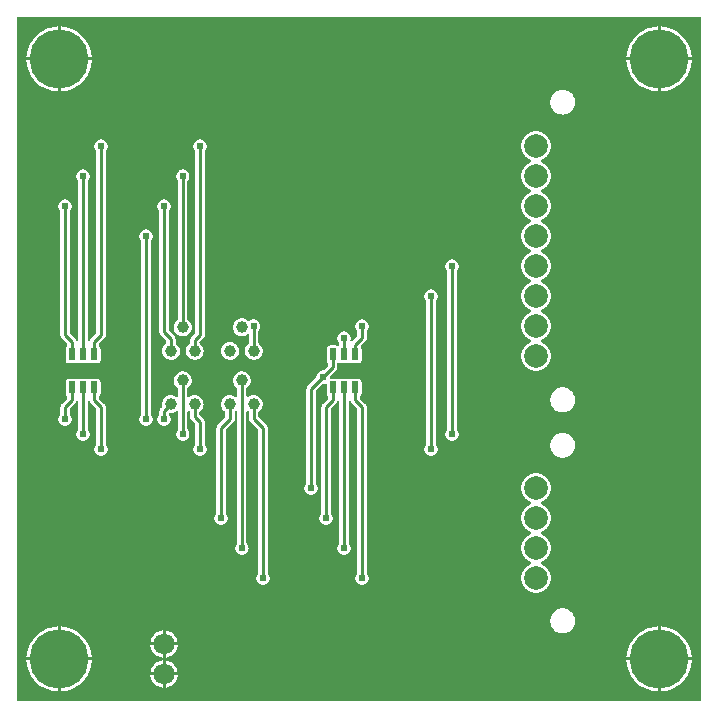
<source format=gtl>
G04 Layer: TopLayer*
G04 EasyEDA v6.5.32, 2023-07-25 14:04:49*
G04 8272ca0991b848eeaebf2c144ff7441f,5a6b42c53f6a479593ecc07194224c93,10*
G04 Gerber Generator version 0.2*
G04 Scale: 100 percent, Rotated: No, Reflected: No *
G04 Dimensions in millimeters *
G04 leading zeros omitted , absolute positions ,4 integer and 5 decimal *
%FSLAX45Y45*%
%MOMM*%

%ADD10C,0.2540*%
%ADD11R,0.5500X1.0000*%
%ADD12C,5.0000*%
%ADD13C,2.0000*%
%ADD14C,1.0000*%
%ADD15C,1.8000*%
%ADD16C,0.6096*%
%ADD17C,0.0196*%

%LPD*%
G36*
X5805932Y25908D02*
G01*
X36068Y26416D01*
X32156Y27178D01*
X28905Y29362D01*
X26670Y32664D01*
X25908Y36576D01*
X25908Y5805932D01*
X26670Y5809843D01*
X28905Y5813094D01*
X32156Y5815330D01*
X36068Y5816092D01*
X5805932Y5816092D01*
X5809843Y5815330D01*
X5813094Y5813094D01*
X5815330Y5809843D01*
X5816092Y5805932D01*
X5816092Y36068D01*
X5815330Y32207D01*
X5813094Y28905D01*
X5809843Y26670D01*
G37*

%LPC*%
G36*
X105410Y5473700D02*
G01*
X368300Y5473700D01*
X368300Y5736386D01*
X352145Y5735370D01*
X329285Y5732018D01*
X306781Y5726734D01*
X284835Y5719572D01*
X263499Y5710631D01*
X243027Y5699912D01*
X223520Y5687568D01*
X205130Y5673598D01*
X187960Y5658104D01*
X172161Y5641289D01*
X157784Y5623153D01*
X144983Y5603900D01*
X133858Y5583682D01*
X124460Y5562549D01*
X116890Y5540756D01*
X111150Y5518353D01*
X107289Y5495594D01*
G37*
G36*
X393700Y105562D02*
G01*
X398322Y105664D01*
X421284Y108051D01*
X443992Y112369D01*
X466242Y118618D01*
X487934Y126644D01*
X508812Y136499D01*
X528828Y148031D01*
X547827Y161239D01*
X565607Y175971D01*
X582117Y192125D01*
X597204Y209600D01*
X610819Y228295D01*
X622757Y248107D01*
X633018Y268782D01*
X641553Y290271D01*
X648208Y312369D01*
X653034Y334975D01*
X655929Y357936D01*
X656336Y368300D01*
X393700Y368300D01*
G37*
G36*
X5448300Y105613D02*
G01*
X5448300Y368300D01*
X5185410Y368300D01*
X5187289Y346405D01*
X5191150Y323646D01*
X5196890Y301244D01*
X5204460Y279450D01*
X5213858Y258317D01*
X5224983Y238099D01*
X5237784Y218846D01*
X5252161Y200710D01*
X5267960Y183896D01*
X5285130Y168402D01*
X5303520Y154432D01*
X5323027Y142087D01*
X5343499Y131368D01*
X5364835Y122428D01*
X5386781Y115265D01*
X5409285Y109982D01*
X5432145Y106629D01*
G37*
G36*
X368300Y105613D02*
G01*
X368300Y368300D01*
X105410Y368300D01*
X107289Y346405D01*
X111150Y323646D01*
X116890Y301244D01*
X124460Y279450D01*
X133858Y258317D01*
X144983Y238099D01*
X157784Y218846D01*
X172161Y200710D01*
X187960Y183896D01*
X205130Y168402D01*
X223520Y154432D01*
X243027Y142087D01*
X263499Y131368D01*
X284835Y122428D01*
X306781Y115265D01*
X329285Y109982D01*
X352145Y106629D01*
G37*
G36*
X1257300Y139039D02*
G01*
X1257300Y241300D01*
X1154887Y241300D01*
X1155039Y239471D01*
X1157732Y225196D01*
X1162253Y211328D01*
X1168450Y198170D01*
X1176223Y185877D01*
X1185519Y174650D01*
X1196136Y164693D01*
X1207922Y156159D01*
X1220673Y149148D01*
X1234186Y143764D01*
X1248308Y140157D01*
G37*
G36*
X1282700Y139039D02*
G01*
X1291691Y140157D01*
X1305814Y143764D01*
X1319326Y149148D01*
X1332077Y156159D01*
X1343863Y164693D01*
X1354480Y174650D01*
X1363776Y185877D01*
X1371549Y198170D01*
X1377746Y211328D01*
X1382268Y225196D01*
X1384960Y239471D01*
X1385112Y241300D01*
X1282700Y241300D01*
G37*
G36*
X1154887Y266700D02*
G01*
X1257300Y266700D01*
X1257300Y368960D01*
X1248308Y367842D01*
X1234186Y364236D01*
X1220673Y358851D01*
X1207922Y351840D01*
X1196136Y343306D01*
X1185519Y333349D01*
X1176223Y322122D01*
X1168450Y309829D01*
X1162253Y296672D01*
X1157732Y282803D01*
X1155039Y268528D01*
G37*
G36*
X1282700Y266700D02*
G01*
X1385112Y266700D01*
X1384960Y268528D01*
X1382268Y282803D01*
X1377746Y296672D01*
X1371549Y309829D01*
X1363776Y322122D01*
X1354480Y333349D01*
X1343863Y343306D01*
X1332077Y351840D01*
X1319326Y358851D01*
X1305814Y364236D01*
X1291691Y367842D01*
X1282700Y368960D01*
G37*
G36*
X1257300Y393039D02*
G01*
X1257300Y495300D01*
X1154887Y495300D01*
X1155039Y493471D01*
X1157732Y479196D01*
X1162253Y465328D01*
X1168450Y452170D01*
X1176223Y439877D01*
X1185519Y428650D01*
X1196136Y418693D01*
X1207922Y410159D01*
X1220673Y403148D01*
X1234186Y397764D01*
X1248308Y394157D01*
G37*
G36*
X1282700Y393039D02*
G01*
X1291691Y394157D01*
X1305814Y397764D01*
X1319326Y403148D01*
X1332077Y410159D01*
X1343863Y418693D01*
X1354480Y428650D01*
X1363776Y439877D01*
X1371549Y452170D01*
X1377746Y465328D01*
X1382268Y479196D01*
X1384960Y493471D01*
X1385112Y495300D01*
X1282700Y495300D01*
G37*
G36*
X393700Y393700D02*
G01*
X656336Y393700D01*
X655929Y404063D01*
X653034Y427024D01*
X648208Y449630D01*
X641553Y471728D01*
X633018Y493217D01*
X622757Y513892D01*
X610819Y533704D01*
X597204Y552348D01*
X582117Y569874D01*
X565607Y586028D01*
X547827Y600760D01*
X528828Y613968D01*
X508812Y625500D01*
X487934Y635355D01*
X466242Y643382D01*
X443992Y649630D01*
X421284Y653948D01*
X398322Y656336D01*
X393700Y656437D01*
G37*
G36*
X5473700Y393700D02*
G01*
X5736336Y393700D01*
X5735929Y404063D01*
X5733034Y427024D01*
X5728208Y449630D01*
X5721553Y471728D01*
X5713018Y493217D01*
X5702757Y513892D01*
X5690819Y533704D01*
X5677204Y552348D01*
X5662117Y569874D01*
X5645607Y586028D01*
X5627827Y600760D01*
X5608828Y613968D01*
X5588812Y625500D01*
X5567934Y635355D01*
X5546242Y643382D01*
X5523992Y649630D01*
X5501284Y653948D01*
X5478322Y656336D01*
X5473700Y656437D01*
G37*
G36*
X5185410Y393700D02*
G01*
X5448300Y393700D01*
X5448300Y656386D01*
X5432145Y655370D01*
X5409285Y652018D01*
X5386781Y646734D01*
X5364835Y639572D01*
X5343499Y630631D01*
X5323027Y619912D01*
X5303520Y607568D01*
X5285130Y593598D01*
X5267960Y578104D01*
X5252161Y561289D01*
X5237784Y543153D01*
X5224983Y523900D01*
X5213858Y503682D01*
X5204460Y482549D01*
X5196890Y460756D01*
X5191150Y438353D01*
X5187289Y415594D01*
G37*
G36*
X105410Y393700D02*
G01*
X368300Y393700D01*
X368300Y656386D01*
X352145Y655370D01*
X329285Y652018D01*
X306781Y646734D01*
X284835Y639572D01*
X263499Y630631D01*
X243027Y619912D01*
X223520Y607568D01*
X205130Y593598D01*
X187960Y578104D01*
X172161Y561289D01*
X157784Y543153D01*
X144983Y523900D01*
X133858Y503682D01*
X124460Y482549D01*
X116890Y460756D01*
X111150Y438353D01*
X107289Y415594D01*
G37*
G36*
X1154887Y520700D02*
G01*
X1257300Y520700D01*
X1257300Y622960D01*
X1248308Y621842D01*
X1234186Y618236D01*
X1220673Y612851D01*
X1207922Y605840D01*
X1196136Y597306D01*
X1185519Y587349D01*
X1176223Y576122D01*
X1168450Y563829D01*
X1162253Y550672D01*
X1157732Y536803D01*
X1155039Y522528D01*
G37*
G36*
X1282700Y520700D02*
G01*
X1385112Y520700D01*
X1384960Y522528D01*
X1382268Y536803D01*
X1377746Y550672D01*
X1371549Y563829D01*
X1363776Y576122D01*
X1354480Y587349D01*
X1343863Y597306D01*
X1332077Y605840D01*
X1319326Y612851D01*
X1305814Y618236D01*
X1291691Y621842D01*
X1282700Y622960D01*
G37*
G36*
X4644644Y598373D02*
G01*
X4658461Y599236D01*
X4672025Y601980D01*
X4685131Y606399D01*
X4697577Y612546D01*
X4709058Y620217D01*
X4719472Y629361D01*
X4728616Y639775D01*
X4736338Y651306D01*
X4742434Y663702D01*
X4746904Y676859D01*
X4749596Y690422D01*
X4750511Y704240D01*
X4749596Y718058D01*
X4746904Y731621D01*
X4742434Y744778D01*
X4736338Y757174D01*
X4728616Y768705D01*
X4719472Y779119D01*
X4709058Y788263D01*
X4697577Y795934D01*
X4685131Y802081D01*
X4672025Y806500D01*
X4658461Y809244D01*
X4644644Y810107D01*
X4630775Y809244D01*
X4617212Y806500D01*
X4604105Y802081D01*
X4591659Y795934D01*
X4580178Y788263D01*
X4569764Y779119D01*
X4560620Y768705D01*
X4552899Y757174D01*
X4546803Y744778D01*
X4542332Y731621D01*
X4539640Y718058D01*
X4538726Y704240D01*
X4539640Y690422D01*
X4542332Y676859D01*
X4546803Y663702D01*
X4552899Y651306D01*
X4560620Y639775D01*
X4569764Y629361D01*
X4580178Y620217D01*
X4591659Y612546D01*
X4604105Y606399D01*
X4617212Y601980D01*
X4630775Y599236D01*
G37*
G36*
X4419600Y940917D02*
G01*
X4434789Y941832D01*
X4449724Y944575D01*
X4464253Y949096D01*
X4478121Y955344D01*
X4491126Y963218D01*
X4503064Y972566D01*
X4513834Y983335D01*
X4523181Y995273D01*
X4531055Y1008278D01*
X4537303Y1022146D01*
X4541824Y1036675D01*
X4544568Y1051610D01*
X4545482Y1066800D01*
X4544568Y1081989D01*
X4541824Y1096924D01*
X4537303Y1111453D01*
X4531055Y1125321D01*
X4523181Y1138326D01*
X4513834Y1150264D01*
X4503064Y1161034D01*
X4491126Y1170432D01*
X4478121Y1178255D01*
X4464202Y1184554D01*
X4461002Y1186789D01*
X4458919Y1189990D01*
X4458208Y1193800D01*
X4458919Y1197610D01*
X4461002Y1200861D01*
X4464202Y1203045D01*
X4478121Y1209344D01*
X4491126Y1217218D01*
X4503064Y1226566D01*
X4513834Y1237335D01*
X4523181Y1249273D01*
X4531055Y1262278D01*
X4537303Y1276146D01*
X4541824Y1290675D01*
X4544568Y1305610D01*
X4545482Y1320800D01*
X4544568Y1335989D01*
X4541824Y1350924D01*
X4537303Y1365453D01*
X4531055Y1379321D01*
X4523181Y1392326D01*
X4513834Y1404264D01*
X4503064Y1415034D01*
X4491126Y1424432D01*
X4478121Y1432255D01*
X4464202Y1438554D01*
X4461002Y1440789D01*
X4458919Y1443990D01*
X4458208Y1447800D01*
X4458919Y1451610D01*
X4461002Y1454861D01*
X4464202Y1457045D01*
X4478121Y1463344D01*
X4491126Y1471218D01*
X4503064Y1480566D01*
X4513834Y1491335D01*
X4523181Y1503273D01*
X4531055Y1516278D01*
X4537303Y1530146D01*
X4541824Y1544675D01*
X4544568Y1559610D01*
X4545482Y1574800D01*
X4544568Y1589989D01*
X4541824Y1604924D01*
X4537303Y1619453D01*
X4531055Y1633321D01*
X4523181Y1646326D01*
X4513834Y1658264D01*
X4503064Y1669034D01*
X4491126Y1678432D01*
X4478121Y1686255D01*
X4464202Y1692554D01*
X4461002Y1694789D01*
X4458919Y1697989D01*
X4458208Y1701800D01*
X4458919Y1705610D01*
X4461002Y1708861D01*
X4464202Y1711045D01*
X4478121Y1717344D01*
X4491126Y1725218D01*
X4503064Y1734566D01*
X4513834Y1745335D01*
X4523181Y1757273D01*
X4531055Y1770278D01*
X4537303Y1784146D01*
X4541824Y1798675D01*
X4544568Y1813610D01*
X4545482Y1828800D01*
X4544568Y1843989D01*
X4541824Y1858924D01*
X4537303Y1873453D01*
X4531055Y1887321D01*
X4523181Y1900326D01*
X4513834Y1912264D01*
X4503064Y1923034D01*
X4491126Y1932432D01*
X4478121Y1940255D01*
X4464253Y1946503D01*
X4449724Y1951024D01*
X4434789Y1953768D01*
X4419600Y1954682D01*
X4404410Y1953768D01*
X4389475Y1951024D01*
X4374946Y1946503D01*
X4361078Y1940255D01*
X4348073Y1932432D01*
X4336135Y1923034D01*
X4325366Y1912264D01*
X4316018Y1900326D01*
X4308144Y1887321D01*
X4301896Y1873453D01*
X4297375Y1858924D01*
X4294632Y1843989D01*
X4293717Y1828800D01*
X4294632Y1813610D01*
X4297375Y1798675D01*
X4301896Y1784146D01*
X4308144Y1770278D01*
X4316018Y1757273D01*
X4325366Y1745335D01*
X4336135Y1734566D01*
X4348073Y1725218D01*
X4361078Y1717344D01*
X4374997Y1711045D01*
X4378198Y1708861D01*
X4380280Y1705610D01*
X4380992Y1701800D01*
X4380280Y1697989D01*
X4378198Y1694789D01*
X4374997Y1692554D01*
X4361078Y1686255D01*
X4348073Y1678432D01*
X4336135Y1669034D01*
X4325366Y1658264D01*
X4316018Y1646326D01*
X4308144Y1633321D01*
X4301896Y1619453D01*
X4297375Y1604924D01*
X4294632Y1589989D01*
X4293717Y1574800D01*
X4294632Y1559610D01*
X4297375Y1544675D01*
X4301896Y1530146D01*
X4308144Y1516278D01*
X4316018Y1503273D01*
X4325366Y1491335D01*
X4336135Y1480566D01*
X4348073Y1471218D01*
X4361078Y1463344D01*
X4374997Y1457045D01*
X4378198Y1454861D01*
X4380280Y1451610D01*
X4380992Y1447800D01*
X4380280Y1443990D01*
X4378198Y1440789D01*
X4374997Y1438554D01*
X4361078Y1432255D01*
X4348073Y1424432D01*
X4336135Y1415034D01*
X4325366Y1404264D01*
X4316018Y1392326D01*
X4308144Y1379321D01*
X4301896Y1365453D01*
X4297375Y1350924D01*
X4294632Y1335989D01*
X4293717Y1320800D01*
X4294632Y1305610D01*
X4297375Y1290675D01*
X4301896Y1276146D01*
X4308144Y1262278D01*
X4316018Y1249273D01*
X4325366Y1237335D01*
X4336135Y1226566D01*
X4348073Y1217218D01*
X4361078Y1209344D01*
X4374997Y1203045D01*
X4378198Y1200861D01*
X4380280Y1197610D01*
X4380992Y1193800D01*
X4380280Y1189990D01*
X4378198Y1186789D01*
X4374997Y1184554D01*
X4361078Y1178255D01*
X4348073Y1170432D01*
X4336135Y1161034D01*
X4325366Y1150264D01*
X4316018Y1138326D01*
X4308144Y1125321D01*
X4301896Y1111453D01*
X4297375Y1096924D01*
X4294632Y1081989D01*
X4293717Y1066800D01*
X4294632Y1051610D01*
X4297375Y1036675D01*
X4301896Y1022146D01*
X4308144Y1008278D01*
X4316018Y995273D01*
X4325366Y983335D01*
X4336135Y972566D01*
X4348073Y963218D01*
X4361078Y955344D01*
X4374946Y949096D01*
X4389475Y944575D01*
X4404410Y941832D01*
G37*
G36*
X2108200Y1010462D02*
G01*
X2118004Y1011326D01*
X2127453Y1013866D01*
X2136394Y1017981D01*
X2144420Y1023619D01*
X2151380Y1030579D01*
X2157018Y1038606D01*
X2161133Y1047546D01*
X2163673Y1056995D01*
X2164537Y1066800D01*
X2163673Y1076604D01*
X2161133Y1086053D01*
X2157018Y1094994D01*
X2151380Y1103020D01*
X2149805Y1104595D01*
X2147570Y1107897D01*
X2146808Y1111808D01*
X2146808Y2336292D01*
X2145995Y2344318D01*
X2143810Y2351532D01*
X2140254Y2358237D01*
X2135124Y2364435D01*
X2070303Y2429306D01*
X2068068Y2432608D01*
X2067306Y2436520D01*
X2067306Y2469286D01*
X2067864Y2472588D01*
X2069490Y2475534D01*
X2071928Y2477820D01*
X2074773Y2479649D01*
X2083460Y2487371D01*
X2090877Y2496362D01*
X2096820Y2506319D01*
X2101138Y2517089D01*
X2103780Y2528417D01*
X2104694Y2540000D01*
X2103780Y2551582D01*
X2101138Y2562910D01*
X2096820Y2573680D01*
X2090877Y2583637D01*
X2083460Y2592628D01*
X2074773Y2600350D01*
X2065070Y2606649D01*
X2054453Y2611424D01*
X2043226Y2614472D01*
X2031695Y2615793D01*
X2020112Y2615387D01*
X2008682Y2613152D01*
X1997760Y2609240D01*
X1987550Y2603703D01*
X1983790Y2600807D01*
X1979726Y2598978D01*
X1975256Y2599029D01*
X1971243Y2601010D01*
X1968449Y2604516D01*
X1967484Y2608884D01*
X1967484Y2669387D01*
X1968042Y2672689D01*
X1969617Y2675636D01*
X1972106Y2677922D01*
X1974799Y2679649D01*
X1983486Y2687370D01*
X1990852Y2696362D01*
X1996795Y2706319D01*
X2001164Y2717088D01*
X2003806Y2728417D01*
X2004669Y2739999D01*
X2003806Y2751582D01*
X2001164Y2762910D01*
X1996795Y2773680D01*
X1990852Y2783636D01*
X1983486Y2792628D01*
X1974799Y2800350D01*
X1965045Y2806649D01*
X1954428Y2811424D01*
X1943252Y2814472D01*
X1931720Y2815793D01*
X1920087Y2815386D01*
X1908708Y2813151D01*
X1897735Y2809240D01*
X1887575Y2803702D01*
X1878330Y2796641D01*
X1870252Y2788259D01*
X1863598Y2778760D01*
X1858416Y2768346D01*
X1854911Y2757271D01*
X1853133Y2745790D01*
X1853133Y2734208D01*
X1854911Y2722727D01*
X1858416Y2711653D01*
X1863598Y2701239D01*
X1870252Y2691739D01*
X1878330Y2683357D01*
X1886254Y2677312D01*
X1888439Y2675077D01*
X1889810Y2672283D01*
X1890268Y2669184D01*
X1890268Y2608986D01*
X1889353Y2604770D01*
X1886762Y2601315D01*
X1882952Y2599232D01*
X1878634Y2598978D01*
X1874570Y2600502D01*
X1865071Y2606649D01*
X1854454Y2611424D01*
X1843227Y2614472D01*
X1831695Y2615793D01*
X1820113Y2615387D01*
X1808683Y2613152D01*
X1797761Y2609240D01*
X1787550Y2603703D01*
X1778304Y2596642D01*
X1770278Y2588260D01*
X1763572Y2578760D01*
X1758442Y2568346D01*
X1754936Y2557272D01*
X1753158Y2545791D01*
X1753158Y2534208D01*
X1754936Y2522728D01*
X1758442Y2511653D01*
X1763572Y2501239D01*
X1770278Y2491740D01*
X1778304Y2483358D01*
X1786178Y2477363D01*
X1788363Y2475128D01*
X1789734Y2472334D01*
X1790192Y2469286D01*
X1790192Y2433218D01*
X1789430Y2429306D01*
X1787194Y2426004D01*
X1725675Y2364435D01*
X1720545Y2358237D01*
X1716989Y2351532D01*
X1714804Y2344318D01*
X1713992Y2336292D01*
X1713992Y1619808D01*
X1713230Y1615897D01*
X1710994Y1612595D01*
X1709420Y1611020D01*
X1703781Y1602994D01*
X1699666Y1594053D01*
X1697126Y1584604D01*
X1696262Y1574800D01*
X1697126Y1564995D01*
X1699666Y1555546D01*
X1703781Y1546606D01*
X1709420Y1538579D01*
X1716379Y1531620D01*
X1724406Y1525981D01*
X1733346Y1521866D01*
X1742795Y1519326D01*
X1752600Y1518462D01*
X1762404Y1519326D01*
X1771853Y1521866D01*
X1780793Y1525981D01*
X1788820Y1531620D01*
X1795780Y1538579D01*
X1801418Y1546606D01*
X1805533Y1555546D01*
X1808073Y1564995D01*
X1808937Y1574800D01*
X1808073Y1584604D01*
X1805533Y1594053D01*
X1801418Y1602994D01*
X1795780Y1611020D01*
X1794205Y1612595D01*
X1791970Y1615897D01*
X1791207Y1619808D01*
X1791207Y2316581D01*
X1791970Y2320493D01*
X1794205Y2323795D01*
X1855724Y2385364D01*
X1860854Y2391562D01*
X1864410Y2398268D01*
X1866595Y2405481D01*
X1867407Y2413508D01*
X1867407Y2469337D01*
X1867966Y2472639D01*
X1869592Y2475585D01*
X1872030Y2477871D01*
X1874570Y2479497D01*
X1878634Y2481021D01*
X1882952Y2480716D01*
X1886712Y2478684D01*
X1889353Y2475179D01*
X1890268Y2470962D01*
X1890166Y1365808D01*
X1889404Y1361897D01*
X1887220Y1358595D01*
X1885645Y1357020D01*
X1880006Y1348994D01*
X1875840Y1340053D01*
X1873300Y1330604D01*
X1872437Y1320800D01*
X1873300Y1310995D01*
X1875840Y1301546D01*
X1880006Y1292606D01*
X1885645Y1284579D01*
X1892554Y1277620D01*
X1900631Y1271981D01*
X1909521Y1267866D01*
X1919020Y1265326D01*
X1928825Y1264462D01*
X1938578Y1265326D01*
X1948078Y1267866D01*
X1956968Y1271981D01*
X1965045Y1277620D01*
X1971954Y1284579D01*
X1977593Y1292606D01*
X1981758Y1301546D01*
X1984298Y1310995D01*
X1985162Y1320800D01*
X1984298Y1330604D01*
X1981758Y1340053D01*
X1977593Y1348994D01*
X1971954Y1357020D01*
X1970379Y1358595D01*
X1968195Y1361897D01*
X1967382Y1365808D01*
X1967484Y2471115D01*
X1968449Y2475484D01*
X1971243Y2478989D01*
X1975256Y2480970D01*
X1979726Y2481021D01*
X1983790Y2479192D01*
X1986076Y2477414D01*
X1988261Y2475179D01*
X1989632Y2472385D01*
X1990089Y2469337D01*
X1990089Y2416810D01*
X1990902Y2408783D01*
X1993087Y2401570D01*
X1996643Y2394864D01*
X2001774Y2388666D01*
X2066594Y2323795D01*
X2068830Y2320493D01*
X2069592Y2316581D01*
X2069592Y1111808D01*
X2068830Y1107897D01*
X2066594Y1104595D01*
X2065020Y1103020D01*
X2059381Y1094994D01*
X2055266Y1086053D01*
X2052726Y1076604D01*
X2051862Y1066800D01*
X2052726Y1056995D01*
X2055266Y1047546D01*
X2059381Y1038606D01*
X2065020Y1030579D01*
X2071979Y1023619D01*
X2080006Y1017981D01*
X2088946Y1013866D01*
X2098395Y1011326D01*
G37*
G36*
X2946400Y1010462D02*
G01*
X2956204Y1011326D01*
X2965653Y1013866D01*
X2974594Y1017981D01*
X2982620Y1023619D01*
X2989580Y1030579D01*
X2995218Y1038606D01*
X2999333Y1047546D01*
X3001873Y1056995D01*
X3002737Y1066800D01*
X3001873Y1076604D01*
X2999333Y1086053D01*
X2995218Y1094994D01*
X2989580Y1103020D01*
X2988005Y1104595D01*
X2985770Y1107897D01*
X2985008Y1111808D01*
X2985008Y2514092D01*
X2984195Y2522118D01*
X2982010Y2529332D01*
X2978454Y2536037D01*
X2973324Y2542235D01*
X2930601Y2585008D01*
X2928366Y2588310D01*
X2927604Y2592222D01*
X2927604Y2600401D01*
X2928162Y2603804D01*
X2929839Y2606751D01*
X2936697Y2613253D01*
X2939745Y2618181D01*
X2941675Y2623616D01*
X2942386Y2629966D01*
X2942386Y2728823D01*
X2941675Y2735122D01*
X2939745Y2740609D01*
X2936697Y2745486D01*
X2932582Y2749600D01*
X2927705Y2752648D01*
X2922219Y2754579D01*
X2915920Y2755290D01*
X2862072Y2755290D01*
X2855722Y2754579D01*
X2850286Y2752648D01*
X2846882Y2750566D01*
X2843377Y2749143D01*
X2839618Y2749143D01*
X2836062Y2750566D01*
X2832709Y2752648D01*
X2827223Y2754579D01*
X2820924Y2755290D01*
X2767076Y2755290D01*
X2760726Y2754579D01*
X2755290Y2752648D01*
X2751886Y2750566D01*
X2748381Y2749143D01*
X2744622Y2749143D01*
X2741066Y2750566D01*
X2737713Y2752648D01*
X2732278Y2754579D01*
X2725928Y2755290D01*
X2682494Y2755290D01*
X2678379Y2756154D01*
X2674975Y2758592D01*
X2672842Y2762199D01*
X2672384Y2766822D01*
X2673299Y2770225D01*
X2675331Y2773121D01*
X2725928Y2823768D01*
X2731058Y2829966D01*
X2734614Y2836672D01*
X2736799Y2843885D01*
X2737612Y2851912D01*
X2737612Y2878836D01*
X2738526Y2883052D01*
X2741066Y2886506D01*
X2744825Y2888589D01*
X2749143Y2888894D01*
X2753156Y2887421D01*
X2755290Y2886100D01*
X2760726Y2884220D01*
X2767076Y2883509D01*
X2820924Y2883509D01*
X2827223Y2884220D01*
X2832709Y2886100D01*
X2836062Y2888234D01*
X2839618Y2889605D01*
X2843377Y2889605D01*
X2846882Y2888234D01*
X2850286Y2886100D01*
X2855722Y2884220D01*
X2862072Y2883509D01*
X2915920Y2883509D01*
X2922219Y2884220D01*
X2927705Y2886100D01*
X2932582Y2889199D01*
X2936697Y2893314D01*
X2939745Y2898190D01*
X2941675Y2903626D01*
X2942386Y2909976D01*
X2942386Y3008833D01*
X2941675Y3015132D01*
X2939745Y3020618D01*
X2937560Y3024174D01*
X2936240Y3027324D01*
X2936036Y3030728D01*
X2937002Y3033979D01*
X2938932Y3036773D01*
X2973324Y3071164D01*
X2978454Y3077362D01*
X2982010Y3084068D01*
X2984195Y3091281D01*
X2985008Y3099308D01*
X2985008Y3155391D01*
X2985770Y3159302D01*
X2988005Y3162604D01*
X2989580Y3164179D01*
X2995218Y3172206D01*
X2999333Y3181146D01*
X3001873Y3190595D01*
X3002737Y3200400D01*
X3001873Y3210204D01*
X2999333Y3219653D01*
X2995218Y3228594D01*
X2989580Y3236620D01*
X2982620Y3243580D01*
X2974594Y3249218D01*
X2965653Y3253333D01*
X2956204Y3255873D01*
X2946400Y3256737D01*
X2936595Y3255873D01*
X2927146Y3253333D01*
X2918206Y3249218D01*
X2910179Y3243580D01*
X2903220Y3236620D01*
X2897581Y3228594D01*
X2893466Y3219653D01*
X2890926Y3210204D01*
X2890062Y3200400D01*
X2890926Y3190595D01*
X2893466Y3181146D01*
X2897581Y3172206D01*
X2903220Y3164179D01*
X2904794Y3162604D01*
X2907030Y3159302D01*
X2907792Y3155391D01*
X2907792Y3119018D01*
X2907030Y3115106D01*
X2904794Y3111804D01*
X2864408Y3071418D01*
X2860700Y3069031D01*
X2856331Y3068472D01*
X2852115Y3069793D01*
X2848914Y3072739D01*
X2847187Y3076803D01*
X2847390Y3081223D01*
X2849473Y3088995D01*
X2850337Y3098800D01*
X2849473Y3108604D01*
X2846933Y3118053D01*
X2842818Y3126994D01*
X2837180Y3135020D01*
X2830220Y3141980D01*
X2822194Y3147618D01*
X2813253Y3151733D01*
X2803804Y3154273D01*
X2794000Y3155137D01*
X2784195Y3154273D01*
X2774746Y3151733D01*
X2765806Y3147618D01*
X2757779Y3141980D01*
X2750820Y3135020D01*
X2745181Y3126994D01*
X2741066Y3118053D01*
X2738526Y3108604D01*
X2737662Y3098800D01*
X2738526Y3088995D01*
X2741066Y3079546D01*
X2745181Y3070606D01*
X2750820Y3062579D01*
X2752394Y3061004D01*
X2754630Y3057702D01*
X2755392Y3053842D01*
X2755392Y3039973D01*
X2754477Y3035757D01*
X2751886Y3032302D01*
X2748127Y3030220D01*
X2743860Y3029915D01*
X2739796Y3031388D01*
X2737713Y3032709D01*
X2732278Y3034588D01*
X2725928Y3035300D01*
X2672080Y3035300D01*
X2665730Y3034588D01*
X2660294Y3032709D01*
X2655366Y3029610D01*
X2651302Y3025495D01*
X2648204Y3020618D01*
X2646324Y3015132D01*
X2645613Y3008833D01*
X2645613Y2909976D01*
X2646324Y2903626D01*
X2648204Y2898190D01*
X2651302Y2893314D01*
X2658160Y2886760D01*
X2659837Y2883814D01*
X2660396Y2880410D01*
X2660396Y2871622D01*
X2659634Y2867710D01*
X2657398Y2864408D01*
X2620721Y2827731D01*
X2617825Y2825699D01*
X2614422Y2824784D01*
X2606395Y2824073D01*
X2596946Y2821533D01*
X2588006Y2817418D01*
X2579979Y2811780D01*
X2573020Y2804820D01*
X2567381Y2796794D01*
X2563266Y2787853D01*
X2560726Y2778404D01*
X2560015Y2770378D01*
X2559100Y2766974D01*
X2557068Y2764078D01*
X2487676Y2694635D01*
X2482545Y2688437D01*
X2478989Y2681732D01*
X2476804Y2674518D01*
X2475992Y2666492D01*
X2475992Y1873808D01*
X2475230Y1869897D01*
X2472994Y1866595D01*
X2471420Y1865020D01*
X2465781Y1856993D01*
X2461666Y1848053D01*
X2459126Y1838604D01*
X2458262Y1828800D01*
X2459126Y1818995D01*
X2461666Y1809546D01*
X2465781Y1800606D01*
X2471420Y1792579D01*
X2478379Y1785620D01*
X2486406Y1779981D01*
X2495346Y1775866D01*
X2504795Y1773326D01*
X2514600Y1772462D01*
X2524404Y1773326D01*
X2533853Y1775866D01*
X2542794Y1779981D01*
X2550820Y1785620D01*
X2557780Y1792579D01*
X2563418Y1800606D01*
X2567533Y1809546D01*
X2570073Y1818995D01*
X2570937Y1828800D01*
X2570073Y1838604D01*
X2567533Y1848053D01*
X2563418Y1856993D01*
X2557780Y1865020D01*
X2556205Y1866595D01*
X2553970Y1869897D01*
X2553208Y1873808D01*
X2553208Y2646781D01*
X2553970Y2650693D01*
X2556205Y2653995D01*
X2611678Y2709468D01*
X2614574Y2711500D01*
X2617978Y2712415D01*
X2626004Y2713126D01*
X2632811Y2714955D01*
X2636520Y2715209D01*
X2640025Y2714193D01*
X2642971Y2711907D01*
X2644902Y2708757D01*
X2645613Y2705100D01*
X2645613Y2629966D01*
X2646324Y2623616D01*
X2648204Y2618181D01*
X2651302Y2613253D01*
X2658160Y2606751D01*
X2659837Y2603754D01*
X2660396Y2600401D01*
X2660396Y2592222D01*
X2659634Y2588310D01*
X2657398Y2585008D01*
X2614676Y2542235D01*
X2609545Y2536037D01*
X2605989Y2529332D01*
X2603804Y2522118D01*
X2602992Y2514092D01*
X2602992Y1619808D01*
X2602230Y1615897D01*
X2599994Y1612595D01*
X2598420Y1611020D01*
X2592781Y1602994D01*
X2588666Y1594053D01*
X2586126Y1584604D01*
X2585262Y1574800D01*
X2586126Y1564995D01*
X2588666Y1555546D01*
X2592781Y1546606D01*
X2598420Y1538579D01*
X2605379Y1531620D01*
X2613406Y1525981D01*
X2622346Y1521866D01*
X2631795Y1519326D01*
X2641600Y1518462D01*
X2651404Y1519326D01*
X2660853Y1521866D01*
X2669794Y1525981D01*
X2677820Y1531620D01*
X2684780Y1538579D01*
X2690418Y1546606D01*
X2694533Y1555546D01*
X2697073Y1564995D01*
X2697937Y1574800D01*
X2697073Y1584604D01*
X2694533Y1594053D01*
X2690418Y1602994D01*
X2684780Y1611020D01*
X2683205Y1612595D01*
X2680970Y1615897D01*
X2680208Y1619808D01*
X2680208Y2494381D01*
X2680970Y2498293D01*
X2683205Y2501595D01*
X2725928Y2544368D01*
X2731058Y2550566D01*
X2734614Y2557272D01*
X2735478Y2560066D01*
X2737459Y2563672D01*
X2740660Y2566212D01*
X2744622Y2567279D01*
X2748686Y2566670D01*
X2752191Y2564485D01*
X2754528Y2561132D01*
X2755392Y2557119D01*
X2755392Y1365758D01*
X2754630Y1361897D01*
X2752394Y1358595D01*
X2750820Y1357020D01*
X2745181Y1348994D01*
X2741066Y1340053D01*
X2738526Y1330604D01*
X2737662Y1320800D01*
X2738526Y1310995D01*
X2741066Y1301546D01*
X2745181Y1292606D01*
X2750820Y1284579D01*
X2757779Y1277620D01*
X2765806Y1271981D01*
X2774746Y1267866D01*
X2784195Y1265326D01*
X2794000Y1264462D01*
X2803804Y1265326D01*
X2813253Y1267866D01*
X2822194Y1271981D01*
X2830220Y1277620D01*
X2837180Y1284579D01*
X2842818Y1292606D01*
X2846933Y1301546D01*
X2849473Y1310995D01*
X2850337Y1320800D01*
X2849473Y1330604D01*
X2846933Y1340053D01*
X2842818Y1348994D01*
X2837180Y1357020D01*
X2835554Y1358595D01*
X2833370Y1361897D01*
X2832608Y1365808D01*
X2832608Y2557272D01*
X2833420Y2561285D01*
X2835757Y2564688D01*
X2839262Y2566822D01*
X2843326Y2567432D01*
X2847289Y2566365D01*
X2850489Y2563825D01*
X2852470Y2560218D01*
X2853385Y2557272D01*
X2856941Y2550566D01*
X2862072Y2544368D01*
X2904794Y2501595D01*
X2907030Y2498293D01*
X2907792Y2494381D01*
X2907792Y1111808D01*
X2907030Y1107897D01*
X2904794Y1104595D01*
X2903220Y1103020D01*
X2897581Y1094994D01*
X2893466Y1086053D01*
X2890926Y1076604D01*
X2890062Y1066800D01*
X2890926Y1056995D01*
X2893466Y1047546D01*
X2897581Y1038606D01*
X2903220Y1030579D01*
X2910179Y1023619D01*
X2918206Y1017981D01*
X2927146Y1013866D01*
X2936595Y1011326D01*
G37*
G36*
X5185410Y5473700D02*
G01*
X5448300Y5473700D01*
X5448300Y5736386D01*
X5432145Y5735370D01*
X5409285Y5732018D01*
X5386781Y5726734D01*
X5364835Y5719572D01*
X5343499Y5710631D01*
X5323027Y5699912D01*
X5303520Y5687568D01*
X5285130Y5673598D01*
X5267960Y5658104D01*
X5252161Y5641289D01*
X5237784Y5623153D01*
X5224983Y5603900D01*
X5213858Y5583682D01*
X5204460Y5562549D01*
X5196890Y5540756D01*
X5191150Y5518353D01*
X5187289Y5495594D01*
G37*
G36*
X393700Y5473700D02*
G01*
X656336Y5473700D01*
X655929Y5484063D01*
X653034Y5507024D01*
X648208Y5529630D01*
X641553Y5551728D01*
X633018Y5573217D01*
X622757Y5593892D01*
X610819Y5613704D01*
X597204Y5632348D01*
X582117Y5649874D01*
X565607Y5666028D01*
X547827Y5680760D01*
X528828Y5693968D01*
X508812Y5705500D01*
X487934Y5715355D01*
X466242Y5723382D01*
X443992Y5729630D01*
X421284Y5733948D01*
X398322Y5736336D01*
X393700Y5736437D01*
G37*
G36*
X5473700Y5473700D02*
G01*
X5736336Y5473700D01*
X5735929Y5484063D01*
X5733034Y5507024D01*
X5728208Y5529630D01*
X5721553Y5551728D01*
X5713018Y5573217D01*
X5702757Y5593892D01*
X5690819Y5613704D01*
X5677204Y5632348D01*
X5662117Y5649874D01*
X5645607Y5666028D01*
X5627827Y5680760D01*
X5608828Y5693968D01*
X5588812Y5705500D01*
X5567934Y5715355D01*
X5546242Y5723382D01*
X5523992Y5729630D01*
X5501284Y5733948D01*
X5478322Y5736336D01*
X5473700Y5736437D01*
G37*
G36*
X368300Y5185613D02*
G01*
X368300Y5448300D01*
X105410Y5448300D01*
X107289Y5426405D01*
X111150Y5403646D01*
X116890Y5381244D01*
X124460Y5359450D01*
X133858Y5338318D01*
X144983Y5318099D01*
X157784Y5298846D01*
X172161Y5280710D01*
X187960Y5263896D01*
X205130Y5248402D01*
X223520Y5234432D01*
X243027Y5222087D01*
X263499Y5211368D01*
X284835Y5202428D01*
X306781Y5195265D01*
X329285Y5189982D01*
X352145Y5186629D01*
G37*
G36*
X5448300Y5185613D02*
G01*
X5448300Y5448300D01*
X5185410Y5448300D01*
X5187289Y5426405D01*
X5191150Y5403646D01*
X5196890Y5381244D01*
X5204460Y5359450D01*
X5213858Y5338318D01*
X5224983Y5318099D01*
X5237784Y5298846D01*
X5252161Y5280710D01*
X5267960Y5263896D01*
X5285130Y5248402D01*
X5303520Y5234432D01*
X5323027Y5222087D01*
X5343499Y5211368D01*
X5364835Y5202428D01*
X5386781Y5195265D01*
X5409285Y5189982D01*
X5432145Y5186629D01*
G37*
G36*
X4644644Y2085492D02*
G01*
X4658461Y2086406D01*
X4672025Y2089099D01*
X4685131Y2093569D01*
X4697577Y2099716D01*
X4709058Y2107387D01*
X4719472Y2116531D01*
X4728616Y2126945D01*
X4736338Y2138476D01*
X4742434Y2150872D01*
X4746904Y2163978D01*
X4749596Y2177592D01*
X4750511Y2191410D01*
X4749596Y2205228D01*
X4746904Y2218791D01*
X4742434Y2231898D01*
X4736338Y2244344D01*
X4728616Y2255875D01*
X4719472Y2266289D01*
X4709058Y2275382D01*
X4697577Y2283104D01*
X4685131Y2289200D01*
X4672025Y2293670D01*
X4658461Y2296363D01*
X4644644Y2297277D01*
X4630775Y2296363D01*
X4617212Y2293670D01*
X4604105Y2289200D01*
X4591659Y2283104D01*
X4580178Y2275382D01*
X4569764Y2266289D01*
X4560620Y2255875D01*
X4552899Y2244344D01*
X4546803Y2231898D01*
X4542332Y2218791D01*
X4539640Y2205228D01*
X4538726Y2191410D01*
X4539640Y2177592D01*
X4542332Y2163978D01*
X4546803Y2150872D01*
X4552899Y2138476D01*
X4560620Y2126945D01*
X4569764Y2116531D01*
X4580178Y2107387D01*
X4591659Y2099716D01*
X4604105Y2093569D01*
X4617212Y2089099D01*
X4630775Y2086406D01*
G37*
G36*
X3530600Y2102662D02*
G01*
X3540404Y2103526D01*
X3549853Y2106066D01*
X3558794Y2110181D01*
X3566820Y2115820D01*
X3573779Y2122779D01*
X3579418Y2130806D01*
X3583533Y2139746D01*
X3586073Y2149195D01*
X3586937Y2159000D01*
X3586073Y2168804D01*
X3583533Y2178253D01*
X3579418Y2187194D01*
X3573779Y2195220D01*
X3572154Y2196795D01*
X3569970Y2200097D01*
X3569208Y2204008D01*
X3569208Y3409391D01*
X3569970Y3413251D01*
X3572154Y3416554D01*
X3573779Y3418128D01*
X3579418Y3426206D01*
X3583533Y3435096D01*
X3586073Y3444595D01*
X3586937Y3454349D01*
X3586073Y3464153D01*
X3583533Y3473653D01*
X3579418Y3482543D01*
X3573779Y3490620D01*
X3566820Y3497529D01*
X3558794Y3503168D01*
X3549853Y3507333D01*
X3540404Y3509873D01*
X3530600Y3510737D01*
X3520795Y3509873D01*
X3511346Y3507333D01*
X3502406Y3503168D01*
X3494379Y3497529D01*
X3487420Y3490620D01*
X3481781Y3482543D01*
X3477666Y3473653D01*
X3475126Y3464153D01*
X3474262Y3454349D01*
X3475126Y3444595D01*
X3477666Y3435096D01*
X3481781Y3426206D01*
X3487420Y3418128D01*
X3488994Y3416604D01*
X3491229Y3413302D01*
X3491992Y3409391D01*
X3491992Y2203958D01*
X3491229Y2200097D01*
X3488994Y2196795D01*
X3487420Y2195220D01*
X3481781Y2187194D01*
X3477666Y2178253D01*
X3475126Y2168804D01*
X3474262Y2159000D01*
X3475126Y2149195D01*
X3477666Y2139746D01*
X3481781Y2130806D01*
X3487420Y2122779D01*
X3494379Y2115820D01*
X3502406Y2110181D01*
X3511346Y2106066D01*
X3520795Y2103526D01*
G37*
G36*
X736600Y2102662D02*
G01*
X746404Y2103526D01*
X755853Y2106066D01*
X764794Y2110181D01*
X772820Y2115820D01*
X779780Y2122779D01*
X785418Y2130806D01*
X789533Y2139746D01*
X792073Y2149195D01*
X792937Y2159000D01*
X792073Y2168804D01*
X789533Y2178253D01*
X785418Y2187194D01*
X779780Y2195220D01*
X778205Y2196795D01*
X775970Y2200097D01*
X775208Y2204008D01*
X775208Y2514092D01*
X774395Y2522118D01*
X772210Y2529332D01*
X768654Y2536037D01*
X763524Y2542235D01*
X720801Y2585008D01*
X718566Y2588310D01*
X717804Y2592222D01*
X717804Y2600401D01*
X718362Y2603804D01*
X720039Y2606751D01*
X726897Y2613253D01*
X729945Y2618181D01*
X731875Y2623616D01*
X732586Y2629966D01*
X732586Y2728823D01*
X731875Y2735122D01*
X729945Y2740609D01*
X726897Y2745486D01*
X722782Y2749600D01*
X717905Y2752648D01*
X712419Y2754579D01*
X706120Y2755290D01*
X652272Y2755290D01*
X645922Y2754579D01*
X640486Y2752648D01*
X637082Y2750566D01*
X633577Y2749143D01*
X629818Y2749143D01*
X626262Y2750566D01*
X622909Y2752648D01*
X617423Y2754579D01*
X611124Y2755290D01*
X557276Y2755290D01*
X550926Y2754579D01*
X545490Y2752648D01*
X542086Y2750566D01*
X538581Y2749143D01*
X534822Y2749143D01*
X531266Y2750566D01*
X527913Y2752648D01*
X522478Y2754579D01*
X516128Y2755290D01*
X462280Y2755290D01*
X455930Y2754579D01*
X450494Y2752648D01*
X445566Y2749600D01*
X441502Y2745486D01*
X438404Y2740609D01*
X436524Y2735122D01*
X435813Y2728823D01*
X435813Y2629966D01*
X436524Y2623616D01*
X438404Y2618181D01*
X441502Y2613253D01*
X448360Y2606751D01*
X450037Y2603754D01*
X450596Y2600401D01*
X450596Y2592222D01*
X449834Y2588310D01*
X447598Y2585008D01*
X404876Y2542235D01*
X399745Y2536037D01*
X396189Y2529332D01*
X394004Y2522118D01*
X393192Y2514092D01*
X393192Y2458008D01*
X392430Y2454097D01*
X390194Y2450795D01*
X388620Y2449220D01*
X382981Y2441194D01*
X378866Y2432253D01*
X376326Y2422804D01*
X375462Y2413000D01*
X376326Y2403195D01*
X378866Y2393746D01*
X382981Y2384806D01*
X388620Y2376779D01*
X395579Y2369820D01*
X403606Y2364181D01*
X412546Y2360066D01*
X421995Y2357526D01*
X431800Y2356662D01*
X441604Y2357526D01*
X451053Y2360066D01*
X459993Y2364181D01*
X468020Y2369820D01*
X474980Y2376779D01*
X480618Y2384806D01*
X484733Y2393746D01*
X487273Y2403195D01*
X488137Y2413000D01*
X487273Y2422804D01*
X484733Y2432253D01*
X480618Y2441194D01*
X474980Y2449220D01*
X473405Y2450795D01*
X471170Y2454097D01*
X470408Y2458008D01*
X470408Y2494381D01*
X471170Y2498293D01*
X473405Y2501595D01*
X516128Y2544368D01*
X521258Y2550566D01*
X524814Y2557272D01*
X525729Y2560167D01*
X527659Y2563774D01*
X530910Y2566314D01*
X534873Y2567330D01*
X538937Y2566771D01*
X542391Y2564587D01*
X544779Y2561234D01*
X545592Y2557221D01*
X545592Y2331008D01*
X544830Y2327097D01*
X542594Y2323795D01*
X541020Y2322220D01*
X535381Y2314194D01*
X531266Y2305253D01*
X528726Y2295804D01*
X527862Y2286000D01*
X528726Y2276195D01*
X531266Y2266746D01*
X535381Y2257806D01*
X541020Y2249779D01*
X547979Y2242820D01*
X556006Y2237181D01*
X564946Y2233066D01*
X574395Y2230526D01*
X584200Y2229662D01*
X594004Y2230526D01*
X603453Y2233066D01*
X612394Y2237181D01*
X620420Y2242820D01*
X627380Y2249779D01*
X633018Y2257806D01*
X637133Y2266746D01*
X639673Y2276195D01*
X640537Y2286000D01*
X639673Y2295804D01*
X637133Y2305253D01*
X633018Y2314194D01*
X627380Y2322220D01*
X625805Y2323795D01*
X623570Y2327097D01*
X622808Y2331008D01*
X622808Y2557221D01*
X623620Y2561234D01*
X626008Y2564587D01*
X629462Y2566771D01*
X633526Y2567330D01*
X637489Y2566314D01*
X640740Y2563774D01*
X642670Y2560167D01*
X643585Y2557272D01*
X647141Y2550566D01*
X652272Y2544368D01*
X694994Y2501595D01*
X697230Y2498293D01*
X697992Y2494381D01*
X697992Y2204008D01*
X697230Y2200097D01*
X694994Y2196795D01*
X693420Y2195220D01*
X687781Y2187194D01*
X683666Y2178253D01*
X681126Y2168804D01*
X680262Y2159000D01*
X681126Y2149195D01*
X683666Y2139746D01*
X687781Y2130806D01*
X693420Y2122779D01*
X700379Y2115820D01*
X708406Y2110181D01*
X717346Y2106066D01*
X726795Y2103526D01*
G37*
G36*
X1574800Y2102662D02*
G01*
X1584604Y2103526D01*
X1594053Y2106066D01*
X1602994Y2110181D01*
X1611020Y2115820D01*
X1617980Y2122779D01*
X1623618Y2130806D01*
X1627733Y2139746D01*
X1630273Y2149195D01*
X1631137Y2159000D01*
X1630273Y2168804D01*
X1627733Y2178253D01*
X1623618Y2187194D01*
X1617980Y2195220D01*
X1616405Y2196795D01*
X1614170Y2200097D01*
X1613408Y2204008D01*
X1613408Y2387092D01*
X1612595Y2395118D01*
X1610410Y2402332D01*
X1606854Y2409037D01*
X1601724Y2415235D01*
X1570431Y2446578D01*
X1568196Y2449880D01*
X1567434Y2453792D01*
X1567434Y2469337D01*
X1567992Y2472690D01*
X1569618Y2475636D01*
X1572056Y2477871D01*
X1574800Y2479649D01*
X1583486Y2487371D01*
X1590852Y2496362D01*
X1596796Y2506319D01*
X1601165Y2517089D01*
X1603806Y2528417D01*
X1604670Y2540000D01*
X1603806Y2551582D01*
X1601165Y2562910D01*
X1596796Y2573680D01*
X1590852Y2583637D01*
X1583486Y2592628D01*
X1574800Y2600350D01*
X1565046Y2606649D01*
X1554429Y2611424D01*
X1543253Y2614472D01*
X1531721Y2615793D01*
X1520088Y2615387D01*
X1508709Y2613152D01*
X1497736Y2609240D01*
X1487576Y2603703D01*
X1483664Y2600706D01*
X1479600Y2598877D01*
X1475130Y2598928D01*
X1471117Y2600909D01*
X1468323Y2604465D01*
X1467358Y2608834D01*
X1467358Y2669286D01*
X1467916Y2672638D01*
X1469542Y2675585D01*
X1471980Y2677820D01*
X1474774Y2679649D01*
X1483461Y2687370D01*
X1490878Y2696362D01*
X1496822Y2706319D01*
X1501140Y2717088D01*
X1503781Y2728417D01*
X1504696Y2739999D01*
X1503781Y2751582D01*
X1501140Y2762910D01*
X1496822Y2773680D01*
X1490878Y2783636D01*
X1483461Y2792628D01*
X1474774Y2800350D01*
X1465072Y2806649D01*
X1454454Y2811424D01*
X1443228Y2814472D01*
X1431696Y2815793D01*
X1420114Y2815386D01*
X1408684Y2813151D01*
X1397762Y2809240D01*
X1387551Y2803702D01*
X1378305Y2796641D01*
X1370279Y2788259D01*
X1363573Y2778760D01*
X1358442Y2768346D01*
X1354937Y2757271D01*
X1353159Y2745790D01*
X1353159Y2734208D01*
X1354937Y2722727D01*
X1358442Y2711653D01*
X1363573Y2701239D01*
X1370279Y2691739D01*
X1378305Y2683357D01*
X1386128Y2677363D01*
X1388313Y2675128D01*
X1389684Y2672384D01*
X1390142Y2669286D01*
X1390142Y2609088D01*
X1389227Y2604871D01*
X1386636Y2601417D01*
X1382826Y2599334D01*
X1378508Y2599029D01*
X1374444Y2600553D01*
X1365046Y2606649D01*
X1354429Y2611424D01*
X1343253Y2614472D01*
X1331722Y2615793D01*
X1320088Y2615387D01*
X1308709Y2613152D01*
X1297736Y2609240D01*
X1287576Y2603703D01*
X1278331Y2596642D01*
X1270254Y2588260D01*
X1263599Y2578760D01*
X1258417Y2568346D01*
X1254912Y2557272D01*
X1253134Y2545791D01*
X1253134Y2534208D01*
X1254404Y2526182D01*
X1254353Y2523032D01*
X1253388Y2519984D01*
X1251508Y2517444D01*
X1243076Y2508961D01*
X1237945Y2502763D01*
X1234389Y2496058D01*
X1232204Y2488844D01*
X1231392Y2480818D01*
X1231392Y2458008D01*
X1230630Y2454097D01*
X1228394Y2450795D01*
X1226820Y2449220D01*
X1221181Y2441194D01*
X1217066Y2432253D01*
X1214526Y2422804D01*
X1213662Y2413000D01*
X1214526Y2403195D01*
X1217066Y2393746D01*
X1221181Y2384806D01*
X1226820Y2376779D01*
X1233779Y2369820D01*
X1241806Y2364181D01*
X1250746Y2360066D01*
X1260195Y2357526D01*
X1270000Y2356662D01*
X1279804Y2357526D01*
X1289253Y2360066D01*
X1298194Y2364181D01*
X1306220Y2369820D01*
X1313180Y2376779D01*
X1318818Y2384806D01*
X1322933Y2393746D01*
X1325473Y2403195D01*
X1326337Y2413000D01*
X1325473Y2422804D01*
X1322933Y2432253D01*
X1318818Y2441194D01*
X1313637Y2448560D01*
X1311960Y2452674D01*
X1312164Y2457145D01*
X1314348Y2461107D01*
X1317955Y2463698D01*
X1322324Y2464511D01*
X1331722Y2464155D01*
X1343253Y2465527D01*
X1354429Y2468575D01*
X1365046Y2473350D01*
X1374444Y2479446D01*
X1378508Y2480970D01*
X1382826Y2480665D01*
X1386636Y2478582D01*
X1389227Y2475128D01*
X1390142Y2470912D01*
X1390142Y2331008D01*
X1389380Y2327097D01*
X1387144Y2323795D01*
X1385570Y2322220D01*
X1379931Y2314194D01*
X1375816Y2305253D01*
X1373276Y2295804D01*
X1372412Y2286000D01*
X1373276Y2276195D01*
X1375816Y2266746D01*
X1379931Y2257806D01*
X1385570Y2249779D01*
X1392529Y2242820D01*
X1400556Y2237181D01*
X1409496Y2233066D01*
X1418945Y2230526D01*
X1428750Y2229662D01*
X1438554Y2230526D01*
X1448003Y2233066D01*
X1456944Y2237181D01*
X1464970Y2242820D01*
X1471930Y2249779D01*
X1477568Y2257806D01*
X1481683Y2266746D01*
X1484223Y2276195D01*
X1485087Y2286000D01*
X1484223Y2295804D01*
X1481683Y2305253D01*
X1477568Y2314194D01*
X1471930Y2322220D01*
X1470355Y2323795D01*
X1468120Y2327097D01*
X1467358Y2331008D01*
X1467358Y2471166D01*
X1468323Y2475534D01*
X1471117Y2479090D01*
X1475130Y2481072D01*
X1479600Y2481122D01*
X1483664Y2479243D01*
X1486204Y2477312D01*
X1488389Y2475077D01*
X1489760Y2472334D01*
X1490218Y2469235D01*
X1490218Y2434082D01*
X1491030Y2426055D01*
X1493215Y2418842D01*
X1496771Y2412136D01*
X1501902Y2405938D01*
X1533194Y2374595D01*
X1535430Y2371293D01*
X1536192Y2367381D01*
X1536192Y2204008D01*
X1535430Y2200097D01*
X1533194Y2196795D01*
X1531620Y2195220D01*
X1525981Y2187194D01*
X1521866Y2178253D01*
X1519326Y2168804D01*
X1518462Y2159000D01*
X1519326Y2149195D01*
X1521866Y2139746D01*
X1525981Y2130806D01*
X1531620Y2122779D01*
X1538579Y2115820D01*
X1546606Y2110181D01*
X1555546Y2106066D01*
X1564995Y2103526D01*
G37*
G36*
X3708400Y2229662D02*
G01*
X3718204Y2230526D01*
X3727653Y2233066D01*
X3736594Y2237181D01*
X3744620Y2242820D01*
X3751579Y2249779D01*
X3757218Y2257806D01*
X3761333Y2266746D01*
X3763873Y2276195D01*
X3764737Y2286000D01*
X3763873Y2295804D01*
X3761333Y2305253D01*
X3757218Y2314194D01*
X3751579Y2322220D01*
X3749954Y2323795D01*
X3747770Y2327097D01*
X3747008Y2331008D01*
X3747008Y3663391D01*
X3747770Y3667251D01*
X3749954Y3670554D01*
X3751579Y3672128D01*
X3757218Y3680206D01*
X3761333Y3689096D01*
X3763873Y3698595D01*
X3764737Y3708349D01*
X3763873Y3718153D01*
X3761333Y3727653D01*
X3757218Y3736543D01*
X3751579Y3744620D01*
X3744620Y3751529D01*
X3736594Y3757168D01*
X3727653Y3761333D01*
X3718204Y3763873D01*
X3708400Y3764737D01*
X3698595Y3763873D01*
X3689146Y3761333D01*
X3680206Y3757168D01*
X3672179Y3751529D01*
X3665220Y3744620D01*
X3659581Y3736543D01*
X3655466Y3727653D01*
X3652926Y3718153D01*
X3652062Y3708349D01*
X3652926Y3698595D01*
X3655466Y3689096D01*
X3659581Y3680206D01*
X3665220Y3672128D01*
X3666794Y3670604D01*
X3669029Y3667302D01*
X3669792Y3663391D01*
X3669792Y2330958D01*
X3669029Y2327097D01*
X3666794Y2323795D01*
X3665220Y2322220D01*
X3659581Y2314194D01*
X3655466Y2305253D01*
X3652926Y2295804D01*
X3652062Y2286000D01*
X3652926Y2276195D01*
X3655466Y2266746D01*
X3659581Y2257806D01*
X3665220Y2249779D01*
X3672179Y2242820D01*
X3680206Y2237181D01*
X3689146Y2233066D01*
X3698595Y2230526D01*
G37*
G36*
X393700Y5185562D02*
G01*
X398322Y5185664D01*
X421284Y5188051D01*
X443992Y5192369D01*
X466242Y5198618D01*
X487934Y5206644D01*
X508812Y5216499D01*
X528828Y5228031D01*
X547827Y5241239D01*
X565607Y5255971D01*
X582117Y5272125D01*
X597204Y5289600D01*
X610819Y5308295D01*
X622757Y5328107D01*
X633018Y5348782D01*
X641553Y5370271D01*
X648208Y5392369D01*
X653034Y5414975D01*
X655929Y5437936D01*
X656336Y5448300D01*
X393700Y5448300D01*
G37*
G36*
X5473700Y5185562D02*
G01*
X5478322Y5185664D01*
X5501284Y5188051D01*
X5523992Y5192369D01*
X5546242Y5198618D01*
X5567934Y5206644D01*
X5588812Y5216499D01*
X5608828Y5228031D01*
X5627827Y5241239D01*
X5645607Y5255971D01*
X5662117Y5272125D01*
X5677204Y5289600D01*
X5690819Y5308295D01*
X5702757Y5328107D01*
X5713018Y5348782D01*
X5721553Y5370271D01*
X5728208Y5392369D01*
X5733034Y5414975D01*
X5735929Y5437936D01*
X5736336Y5448300D01*
X5473700Y5448300D01*
G37*
G36*
X1117600Y2356662D02*
G01*
X1127404Y2357526D01*
X1136853Y2360066D01*
X1145794Y2364181D01*
X1153820Y2369820D01*
X1160780Y2376779D01*
X1166418Y2384806D01*
X1170533Y2393746D01*
X1173073Y2403195D01*
X1173937Y2413000D01*
X1173073Y2422804D01*
X1170533Y2432253D01*
X1166418Y2441194D01*
X1160780Y2449220D01*
X1159205Y2450795D01*
X1156970Y2454097D01*
X1156208Y2458008D01*
X1156208Y3917391D01*
X1156970Y3921302D01*
X1159205Y3924604D01*
X1160780Y3926179D01*
X1166418Y3934206D01*
X1170533Y3943146D01*
X1173073Y3952595D01*
X1173937Y3962400D01*
X1173073Y3972204D01*
X1170533Y3981653D01*
X1166418Y3990594D01*
X1160780Y3998620D01*
X1153820Y4005579D01*
X1145794Y4011218D01*
X1136853Y4015333D01*
X1127404Y4017873D01*
X1117600Y4018737D01*
X1107795Y4017873D01*
X1098346Y4015333D01*
X1089406Y4011218D01*
X1081379Y4005579D01*
X1074420Y3998620D01*
X1068781Y3990594D01*
X1064666Y3981653D01*
X1062126Y3972204D01*
X1061262Y3962400D01*
X1062126Y3952595D01*
X1064666Y3943146D01*
X1068781Y3934206D01*
X1074420Y3926179D01*
X1075994Y3924604D01*
X1078230Y3921302D01*
X1078992Y3917391D01*
X1078992Y2458008D01*
X1078230Y2454097D01*
X1075994Y2450795D01*
X1074420Y2449220D01*
X1068781Y2441194D01*
X1064666Y2432253D01*
X1062126Y2422804D01*
X1061262Y2413000D01*
X1062126Y2403195D01*
X1064666Y2393746D01*
X1068781Y2384806D01*
X1074420Y2376779D01*
X1081379Y2369820D01*
X1089406Y2364181D01*
X1098346Y2360066D01*
X1107795Y2357526D01*
G37*
G36*
X4644644Y4990084D02*
G01*
X4658461Y4990998D01*
X4672025Y4993690D01*
X4685131Y4998161D01*
X4697577Y5004308D01*
X4709058Y5011978D01*
X4719472Y5021122D01*
X4728616Y5031536D01*
X4736338Y5043068D01*
X4742434Y5055463D01*
X4746904Y5068570D01*
X4749596Y5082184D01*
X4750511Y5096002D01*
X4749596Y5109819D01*
X4746904Y5123383D01*
X4742434Y5136489D01*
X4736338Y5148935D01*
X4728616Y5160467D01*
X4719472Y5170881D01*
X4709058Y5179974D01*
X4697577Y5187696D01*
X4685131Y5193792D01*
X4672025Y5198262D01*
X4658461Y5200954D01*
X4644644Y5201869D01*
X4630775Y5200954D01*
X4617212Y5198262D01*
X4604105Y5193792D01*
X4591659Y5187696D01*
X4580178Y5179974D01*
X4569764Y5170881D01*
X4560620Y5160467D01*
X4552899Y5148935D01*
X4546803Y5136489D01*
X4542332Y5123383D01*
X4539640Y5109819D01*
X4538726Y5096002D01*
X4539640Y5082184D01*
X4542332Y5068570D01*
X4546803Y5055463D01*
X4552899Y5043068D01*
X4560620Y5031536D01*
X4569764Y5021122D01*
X4580178Y5011978D01*
X4591659Y5004308D01*
X4604105Y4998161D01*
X4617212Y4993690D01*
X4630775Y4990998D01*
G37*
G36*
X1431696Y3114192D02*
G01*
X1443228Y3115513D01*
X1454454Y3118561D01*
X1465072Y3123336D01*
X1474774Y3129635D01*
X1483461Y3137357D01*
X1490878Y3146348D01*
X1496822Y3156305D01*
X1501140Y3167075D01*
X1503781Y3178403D01*
X1504696Y3189986D01*
X1503781Y3201568D01*
X1501140Y3212896D01*
X1496822Y3223666D01*
X1490878Y3233623D01*
X1483461Y3242614D01*
X1474774Y3250336D01*
X1471980Y3252165D01*
X1469542Y3254400D01*
X1467916Y3257346D01*
X1467358Y3260699D01*
X1467408Y4425391D01*
X1468170Y4429302D01*
X1470406Y4432604D01*
X1471980Y4434179D01*
X1477619Y4442206D01*
X1481734Y4451146D01*
X1484274Y4460595D01*
X1485138Y4470400D01*
X1484274Y4480204D01*
X1481734Y4489653D01*
X1477619Y4498594D01*
X1471980Y4506620D01*
X1465021Y4513580D01*
X1456994Y4519218D01*
X1448054Y4523333D01*
X1438605Y4525873D01*
X1428800Y4526737D01*
X1418996Y4525873D01*
X1409547Y4523333D01*
X1400606Y4519218D01*
X1392580Y4513580D01*
X1385620Y4506620D01*
X1379982Y4498594D01*
X1375867Y4489653D01*
X1373327Y4480204D01*
X1372463Y4470400D01*
X1373327Y4460595D01*
X1375867Y4451146D01*
X1379982Y4442206D01*
X1385620Y4434179D01*
X1387195Y4432604D01*
X1389430Y4429302D01*
X1390192Y4425391D01*
X1390142Y3260699D01*
X1389684Y3257600D01*
X1388313Y3254857D01*
X1386128Y3252622D01*
X1378305Y3246628D01*
X1370279Y3238246D01*
X1363573Y3228746D01*
X1358442Y3218383D01*
X1354937Y3207258D01*
X1353159Y3195777D01*
X1353159Y3184194D01*
X1354937Y3172714D01*
X1358442Y3161639D01*
X1363573Y3151225D01*
X1370279Y3141726D01*
X1378305Y3133344D01*
X1387551Y3126282D01*
X1397762Y3120745D01*
X1408684Y3116834D01*
X1420114Y3114598D01*
G37*
G36*
X5473700Y105562D02*
G01*
X5478322Y105664D01*
X5501284Y108051D01*
X5523992Y112369D01*
X5546242Y118618D01*
X5567934Y126644D01*
X5588812Y136499D01*
X5608828Y148031D01*
X5627827Y161239D01*
X5645607Y175971D01*
X5662117Y192125D01*
X5677204Y209600D01*
X5690819Y228295D01*
X5702757Y248107D01*
X5713018Y268782D01*
X5721553Y290271D01*
X5728208Y312369D01*
X5733034Y334975D01*
X5735929Y357936D01*
X5736336Y368300D01*
X5473700Y368300D01*
G37*
G36*
X4644644Y2468930D02*
G01*
X4658461Y2469794D01*
X4672025Y2472537D01*
X4685131Y2476957D01*
X4697577Y2483104D01*
X4709058Y2490774D01*
X4719472Y2499918D01*
X4728616Y2510332D01*
X4736338Y2521864D01*
X4742434Y2534259D01*
X4746904Y2547416D01*
X4749596Y2560980D01*
X4750511Y2574798D01*
X4749596Y2588615D01*
X4746904Y2602179D01*
X4742434Y2615336D01*
X4736338Y2627731D01*
X4728616Y2639263D01*
X4719472Y2649677D01*
X4709058Y2658821D01*
X4697577Y2666492D01*
X4685131Y2672638D01*
X4672025Y2677058D01*
X4658461Y2679801D01*
X4644644Y2680665D01*
X4630775Y2679801D01*
X4617212Y2677058D01*
X4604105Y2672638D01*
X4591659Y2666492D01*
X4580178Y2658821D01*
X4569764Y2649677D01*
X4560620Y2639263D01*
X4552899Y2627731D01*
X4546803Y2615336D01*
X4542332Y2602179D01*
X4539640Y2588615D01*
X4538726Y2574798D01*
X4539640Y2560980D01*
X4542332Y2547416D01*
X4546803Y2534259D01*
X4552899Y2521864D01*
X4560620Y2510332D01*
X4569764Y2499918D01*
X4580178Y2490774D01*
X4591659Y2483104D01*
X4604105Y2476957D01*
X4617212Y2472537D01*
X4630775Y2469794D01*
G37*
G36*
X1531721Y2914192D02*
G01*
X1543253Y2915513D01*
X1554429Y2918561D01*
X1565046Y2923336D01*
X1574800Y2929636D01*
X1583486Y2937357D01*
X1590852Y2946349D01*
X1596796Y2956306D01*
X1601165Y2967075D01*
X1603806Y2978404D01*
X1604670Y2989986D01*
X1603806Y3001568D01*
X1601165Y3012897D01*
X1596796Y3023666D01*
X1590852Y3033623D01*
X1583486Y3042615D01*
X1574800Y3050336D01*
X1573631Y3051098D01*
X1570532Y3054299D01*
X1569059Y3058515D01*
X1569618Y3062986D01*
X1572006Y3066796D01*
X1601724Y3096564D01*
X1606854Y3102762D01*
X1610410Y3109468D01*
X1612595Y3116681D01*
X1613408Y3124708D01*
X1613408Y4679391D01*
X1614170Y4683302D01*
X1616405Y4686604D01*
X1617980Y4688179D01*
X1623618Y4696206D01*
X1627733Y4705146D01*
X1630273Y4714595D01*
X1631137Y4724400D01*
X1630273Y4734204D01*
X1627733Y4743653D01*
X1623618Y4752594D01*
X1617980Y4760620D01*
X1611020Y4767580D01*
X1602994Y4773218D01*
X1594053Y4777333D01*
X1584604Y4779873D01*
X1574800Y4780737D01*
X1564995Y4779873D01*
X1555546Y4777333D01*
X1546606Y4773218D01*
X1538579Y4767580D01*
X1531620Y4760620D01*
X1525981Y4752594D01*
X1521866Y4743653D01*
X1519326Y4734204D01*
X1518462Y4724400D01*
X1519326Y4714595D01*
X1521866Y4705146D01*
X1525981Y4696206D01*
X1531620Y4688179D01*
X1533194Y4686604D01*
X1535430Y4683302D01*
X1536192Y4679391D01*
X1536192Y3144418D01*
X1535430Y3140506D01*
X1533194Y3137204D01*
X1501902Y3105861D01*
X1496771Y3099663D01*
X1493215Y3092958D01*
X1491030Y3085744D01*
X1490218Y3077718D01*
X1490218Y3060750D01*
X1489760Y3057702D01*
X1488389Y3054908D01*
X1486204Y3052673D01*
X1478330Y3046628D01*
X1470253Y3038246D01*
X1463598Y3028746D01*
X1458417Y3018383D01*
X1454912Y3007258D01*
X1453134Y2995777D01*
X1453134Y2984195D01*
X1454912Y2972714D01*
X1458417Y2961640D01*
X1463598Y2951226D01*
X1470253Y2941726D01*
X1478330Y2933344D01*
X1487576Y2926283D01*
X1497736Y2920746D01*
X1508709Y2916834D01*
X1520088Y2914599D01*
G37*
G36*
X1331722Y2914192D02*
G01*
X1343253Y2915513D01*
X1354429Y2918561D01*
X1365046Y2923336D01*
X1374800Y2929636D01*
X1383487Y2937357D01*
X1390853Y2946349D01*
X1396796Y2956306D01*
X1401165Y2967075D01*
X1403807Y2978404D01*
X1404670Y2989986D01*
X1403807Y3001568D01*
X1401165Y3012897D01*
X1396796Y3023666D01*
X1390853Y3033623D01*
X1383487Y3042615D01*
X1374800Y3050336D01*
X1371904Y3052216D01*
X1369466Y3054451D01*
X1367840Y3057398D01*
X1367282Y3060750D01*
X1367282Y3090418D01*
X1366469Y3098444D01*
X1364284Y3105658D01*
X1360728Y3112363D01*
X1355598Y3118561D01*
X1311605Y3162604D01*
X1309370Y3165906D01*
X1308608Y3169818D01*
X1308608Y4171391D01*
X1309370Y4175302D01*
X1311605Y4178604D01*
X1313180Y4180179D01*
X1318818Y4188206D01*
X1322933Y4197146D01*
X1325473Y4206595D01*
X1326337Y4216400D01*
X1325473Y4226204D01*
X1322933Y4235653D01*
X1318818Y4244594D01*
X1313180Y4252620D01*
X1306220Y4259580D01*
X1298194Y4265218D01*
X1289253Y4269333D01*
X1279804Y4271873D01*
X1270000Y4272737D01*
X1260195Y4271873D01*
X1250746Y4269333D01*
X1241806Y4265218D01*
X1233779Y4259580D01*
X1226820Y4252620D01*
X1221181Y4244594D01*
X1217066Y4235653D01*
X1214526Y4226204D01*
X1213662Y4216400D01*
X1214526Y4206595D01*
X1217066Y4197146D01*
X1221181Y4188206D01*
X1226820Y4180179D01*
X1228394Y4178604D01*
X1230630Y4175302D01*
X1231392Y4171391D01*
X1231392Y3150108D01*
X1232204Y3142081D01*
X1234389Y3134868D01*
X1237945Y3128162D01*
X1243076Y3121964D01*
X1287068Y3077921D01*
X1289304Y3074619D01*
X1290066Y3070707D01*
X1290066Y3060649D01*
X1289608Y3057550D01*
X1288237Y3054807D01*
X1286052Y3052572D01*
X1278331Y3046628D01*
X1270254Y3038246D01*
X1263599Y3028746D01*
X1258417Y3018383D01*
X1254912Y3007258D01*
X1253134Y2995777D01*
X1253134Y2984195D01*
X1254912Y2972714D01*
X1258417Y2961640D01*
X1263599Y2951226D01*
X1270254Y2941726D01*
X1278331Y2933344D01*
X1287576Y2926283D01*
X1297736Y2920746D01*
X1308709Y2916834D01*
X1320088Y2914599D01*
G37*
G36*
X2031695Y2914192D02*
G01*
X2043226Y2915513D01*
X2054453Y2918561D01*
X2065070Y2923336D01*
X2074773Y2929636D01*
X2083460Y2937357D01*
X2090877Y2946349D01*
X2096820Y2956306D01*
X2101138Y2967075D01*
X2103780Y2978404D01*
X2104694Y2989986D01*
X2103780Y3001568D01*
X2101138Y3012897D01*
X2096820Y3023666D01*
X2090877Y3033623D01*
X2083460Y3042615D01*
X2074773Y3050336D01*
X2071928Y3052165D01*
X2069490Y3054451D01*
X2067864Y3057398D01*
X2067306Y3060700D01*
X2067306Y3155289D01*
X2068068Y3159201D01*
X2070303Y3162503D01*
X2071979Y3164179D01*
X2077618Y3172206D01*
X2081733Y3181146D01*
X2084273Y3190595D01*
X2085136Y3200400D01*
X2084273Y3210204D01*
X2081733Y3219653D01*
X2077618Y3228594D01*
X2071979Y3236620D01*
X2065020Y3243580D01*
X2056993Y3249218D01*
X2048052Y3253333D01*
X2038604Y3255873D01*
X2028799Y3256737D01*
X2018995Y3255873D01*
X2009546Y3253333D01*
X2000605Y3249218D01*
X1993442Y3244189D01*
X1989277Y3242462D01*
X1984806Y3242767D01*
X1980895Y3244900D01*
X1974799Y3250336D01*
X1965045Y3256635D01*
X1954428Y3261410D01*
X1943252Y3264458D01*
X1931720Y3265830D01*
X1920087Y3265373D01*
X1908708Y3263138D01*
X1897735Y3259226D01*
X1887575Y3253689D01*
X1878330Y3246628D01*
X1870252Y3238246D01*
X1863598Y3228746D01*
X1858416Y3218383D01*
X1854911Y3207258D01*
X1853133Y3195777D01*
X1853133Y3184194D01*
X1854911Y3172714D01*
X1858416Y3161639D01*
X1863598Y3151225D01*
X1870252Y3141726D01*
X1878330Y3133344D01*
X1887575Y3126282D01*
X1897735Y3120745D01*
X1908708Y3116834D01*
X1920087Y3114598D01*
X1931720Y3114192D01*
X1943252Y3115513D01*
X1954428Y3118561D01*
X1965045Y3123336D01*
X1974392Y3129381D01*
X1978456Y3130905D01*
X1982774Y3130600D01*
X1986584Y3128568D01*
X1989175Y3125114D01*
X1990089Y3120847D01*
X1990089Y3060649D01*
X1989632Y3057601D01*
X1988261Y3054807D01*
X1986076Y3052572D01*
X1978304Y3046628D01*
X1970278Y3038246D01*
X1963572Y3028746D01*
X1958441Y3018383D01*
X1954936Y3007258D01*
X1953158Y2995777D01*
X1953158Y2984195D01*
X1954936Y2972714D01*
X1958441Y2961640D01*
X1963572Y2951226D01*
X1970278Y2941726D01*
X1978304Y2933344D01*
X1987550Y2926283D01*
X1997760Y2920746D01*
X2008682Y2916834D01*
X2020112Y2914599D01*
G37*
G36*
X1831695Y2914192D02*
G01*
X1843227Y2915513D01*
X1854454Y2918561D01*
X1865071Y2923336D01*
X1874774Y2929636D01*
X1883460Y2937357D01*
X1890877Y2946349D01*
X1896821Y2956306D01*
X1901139Y2967075D01*
X1903780Y2978404D01*
X1904695Y2989986D01*
X1903780Y3001568D01*
X1901139Y3012897D01*
X1896821Y3023666D01*
X1890877Y3033623D01*
X1883460Y3042615D01*
X1874774Y3050336D01*
X1865071Y3056636D01*
X1854454Y3061411D01*
X1843227Y3064459D01*
X1831695Y3065830D01*
X1820113Y3065373D01*
X1808683Y3063138D01*
X1797761Y3059226D01*
X1787550Y3053689D01*
X1778304Y3046628D01*
X1770278Y3038246D01*
X1763572Y3028746D01*
X1758442Y3018383D01*
X1754936Y3007258D01*
X1753158Y2995777D01*
X1753158Y2984195D01*
X1754936Y2972714D01*
X1758442Y2961640D01*
X1763572Y2951226D01*
X1770278Y2941726D01*
X1778304Y2933344D01*
X1787550Y2926283D01*
X1797761Y2920746D01*
X1808683Y2916834D01*
X1820113Y2914599D01*
G37*
G36*
X462280Y2883509D02*
G01*
X516128Y2883509D01*
X522478Y2884220D01*
X527913Y2886100D01*
X531266Y2888234D01*
X534822Y2889605D01*
X538581Y2889605D01*
X542086Y2888234D01*
X545490Y2886100D01*
X550926Y2884220D01*
X557276Y2883509D01*
X611124Y2883509D01*
X617423Y2884220D01*
X622909Y2886100D01*
X626262Y2888234D01*
X629818Y2889605D01*
X633577Y2889605D01*
X637082Y2888234D01*
X640486Y2886100D01*
X645922Y2884220D01*
X652272Y2883509D01*
X706120Y2883509D01*
X712419Y2884220D01*
X717905Y2886100D01*
X722782Y2889199D01*
X726897Y2893314D01*
X729945Y2898190D01*
X731875Y2903626D01*
X732586Y2909976D01*
X732586Y3008833D01*
X731875Y3015132D01*
X729945Y3020618D01*
X726897Y3025495D01*
X720039Y3032048D01*
X718362Y3034995D01*
X717804Y3038348D01*
X717804Y3046577D01*
X718566Y3050489D01*
X720801Y3053791D01*
X763524Y3096564D01*
X768654Y3102762D01*
X772210Y3109468D01*
X774395Y3116681D01*
X775208Y3124708D01*
X775208Y4679391D01*
X775970Y4683302D01*
X778205Y4686604D01*
X779780Y4688179D01*
X785418Y4696206D01*
X789533Y4705146D01*
X792073Y4714595D01*
X792937Y4724400D01*
X792073Y4734204D01*
X789533Y4743653D01*
X785418Y4752594D01*
X779780Y4760620D01*
X772820Y4767580D01*
X764794Y4773218D01*
X755853Y4777333D01*
X746404Y4779873D01*
X736600Y4780737D01*
X726795Y4779873D01*
X717346Y4777333D01*
X708406Y4773218D01*
X700379Y4767580D01*
X693420Y4760620D01*
X687781Y4752594D01*
X683666Y4743653D01*
X681126Y4734204D01*
X680262Y4724400D01*
X681126Y4714595D01*
X683666Y4705146D01*
X687781Y4696206D01*
X693420Y4688179D01*
X694994Y4686604D01*
X697230Y4683302D01*
X697992Y4679391D01*
X697992Y3144418D01*
X697230Y3140506D01*
X694994Y3137204D01*
X652272Y3094431D01*
X647141Y3088233D01*
X643585Y3081528D01*
X642670Y3078632D01*
X640740Y3075025D01*
X637489Y3072485D01*
X633526Y3071469D01*
X629462Y3072028D01*
X626008Y3074212D01*
X623620Y3077565D01*
X622808Y3081578D01*
X622808Y4425391D01*
X623570Y4429252D01*
X625805Y4432554D01*
X627380Y4434128D01*
X633018Y4442206D01*
X637133Y4451096D01*
X639673Y4460595D01*
X640537Y4470349D01*
X639673Y4480153D01*
X637133Y4489653D01*
X633018Y4498543D01*
X627380Y4506620D01*
X620420Y4513529D01*
X612394Y4519168D01*
X603453Y4523333D01*
X594004Y4525873D01*
X584200Y4526737D01*
X574395Y4525873D01*
X564946Y4523333D01*
X556006Y4519168D01*
X547979Y4513529D01*
X541020Y4506620D01*
X535381Y4498543D01*
X531266Y4489653D01*
X528726Y4480153D01*
X527862Y4470349D01*
X528726Y4460595D01*
X531266Y4451096D01*
X535381Y4442206D01*
X541020Y4434128D01*
X542594Y4432554D01*
X544830Y4429252D01*
X545592Y4425391D01*
X545592Y3081578D01*
X544779Y3077565D01*
X542391Y3074212D01*
X538937Y3072028D01*
X534873Y3071469D01*
X530910Y3072485D01*
X527659Y3075025D01*
X525729Y3078632D01*
X524814Y3081528D01*
X521258Y3088233D01*
X516128Y3094431D01*
X473405Y3137204D01*
X471170Y3140506D01*
X470408Y3144418D01*
X470408Y4171391D01*
X471170Y4175302D01*
X473405Y4178604D01*
X474980Y4180179D01*
X480618Y4188206D01*
X484733Y4197146D01*
X487273Y4206595D01*
X488137Y4216400D01*
X487273Y4226204D01*
X484733Y4235653D01*
X480618Y4244594D01*
X474980Y4252620D01*
X468020Y4259580D01*
X459993Y4265218D01*
X451053Y4269333D01*
X441604Y4271873D01*
X431800Y4272737D01*
X421995Y4271873D01*
X412546Y4269333D01*
X403606Y4265218D01*
X395579Y4259580D01*
X388620Y4252620D01*
X382981Y4244594D01*
X378866Y4235653D01*
X376326Y4226204D01*
X375462Y4216400D01*
X376326Y4206595D01*
X378866Y4197146D01*
X382981Y4188206D01*
X388620Y4180179D01*
X390194Y4178604D01*
X392430Y4175302D01*
X393192Y4171391D01*
X393192Y3124708D01*
X394004Y3116681D01*
X396189Y3109468D01*
X399745Y3102762D01*
X404876Y3096564D01*
X447598Y3053791D01*
X449834Y3050489D01*
X450596Y3046577D01*
X450596Y3038348D01*
X450037Y3034995D01*
X448360Y3032048D01*
X445566Y3029610D01*
X441502Y3025495D01*
X438404Y3020618D01*
X436524Y3015132D01*
X435813Y3008833D01*
X435813Y2909976D01*
X436524Y2903626D01*
X438404Y2898190D01*
X441502Y2893314D01*
X445566Y2889199D01*
X450494Y2886100D01*
X455930Y2884220D01*
G37*
G36*
X4419600Y2820517D02*
G01*
X4434789Y2821432D01*
X4449724Y2824175D01*
X4464253Y2828696D01*
X4478121Y2834894D01*
X4491126Y2842768D01*
X4503064Y2852166D01*
X4513834Y2862884D01*
X4523232Y2874873D01*
X4531055Y2887878D01*
X4537303Y2901746D01*
X4541824Y2916275D01*
X4544568Y2931210D01*
X4545482Y2946400D01*
X4544568Y2961538D01*
X4541824Y2976524D01*
X4537303Y2991002D01*
X4531055Y3004870D01*
X4523232Y3017875D01*
X4513834Y3029864D01*
X4503064Y3040634D01*
X4491126Y3049981D01*
X4478121Y3057855D01*
X4464202Y3064103D01*
X4461002Y3066338D01*
X4458919Y3069590D01*
X4458208Y3073400D01*
X4458919Y3077159D01*
X4461002Y3080410D01*
X4464202Y3082645D01*
X4478121Y3088894D01*
X4491126Y3096768D01*
X4503064Y3106166D01*
X4513834Y3116884D01*
X4523232Y3128873D01*
X4531055Y3141878D01*
X4537303Y3155746D01*
X4541824Y3170275D01*
X4544568Y3185210D01*
X4545482Y3200400D01*
X4544568Y3215538D01*
X4541824Y3230524D01*
X4537303Y3245002D01*
X4531055Y3258870D01*
X4523232Y3271875D01*
X4513834Y3283864D01*
X4503064Y3294634D01*
X4491126Y3303981D01*
X4478121Y3311855D01*
X4464202Y3318103D01*
X4461002Y3320338D01*
X4458919Y3323590D01*
X4458208Y3327400D01*
X4458919Y3331159D01*
X4461002Y3334410D01*
X4464202Y3336645D01*
X4478121Y3342894D01*
X4491126Y3350768D01*
X4503064Y3360165D01*
X4513834Y3370884D01*
X4523232Y3382873D01*
X4531055Y3395878D01*
X4537303Y3409746D01*
X4541824Y3424275D01*
X4544568Y3439210D01*
X4545482Y3454400D01*
X4544568Y3469538D01*
X4541824Y3484524D01*
X4537303Y3499002D01*
X4531055Y3512870D01*
X4523232Y3525875D01*
X4513834Y3537864D01*
X4503064Y3548634D01*
X4491126Y3557981D01*
X4478121Y3565855D01*
X4464202Y3572103D01*
X4461002Y3574338D01*
X4458919Y3577590D01*
X4458208Y3581400D01*
X4458919Y3585159D01*
X4461002Y3588410D01*
X4464202Y3590645D01*
X4478121Y3596894D01*
X4491126Y3604768D01*
X4503064Y3614165D01*
X4513834Y3624884D01*
X4523232Y3636873D01*
X4531055Y3649878D01*
X4537303Y3663746D01*
X4541824Y3678275D01*
X4544568Y3693210D01*
X4545482Y3708400D01*
X4544568Y3723538D01*
X4541824Y3738524D01*
X4537303Y3753002D01*
X4531055Y3766870D01*
X4523232Y3779875D01*
X4513834Y3791864D01*
X4503064Y3802634D01*
X4491126Y3811981D01*
X4478121Y3819855D01*
X4464202Y3826103D01*
X4461002Y3828338D01*
X4458919Y3831590D01*
X4458208Y3835400D01*
X4458919Y3839159D01*
X4461002Y3842410D01*
X4464202Y3844645D01*
X4478121Y3850894D01*
X4491126Y3858768D01*
X4503064Y3868165D01*
X4513834Y3878884D01*
X4523232Y3890873D01*
X4531055Y3903878D01*
X4537303Y3917746D01*
X4541824Y3932275D01*
X4544568Y3947210D01*
X4545482Y3962400D01*
X4544568Y3977538D01*
X4541824Y3992524D01*
X4537303Y4007002D01*
X4531055Y4020870D01*
X4523232Y4033875D01*
X4513834Y4045864D01*
X4503064Y4056634D01*
X4491126Y4065981D01*
X4478121Y4073855D01*
X4464202Y4080103D01*
X4461002Y4082338D01*
X4458919Y4085590D01*
X4458208Y4089400D01*
X4458919Y4093159D01*
X4461002Y4096410D01*
X4464202Y4098645D01*
X4478121Y4104894D01*
X4491126Y4112768D01*
X4503064Y4122165D01*
X4513834Y4132884D01*
X4523232Y4144873D01*
X4531055Y4157878D01*
X4537303Y4171746D01*
X4541824Y4186275D01*
X4544568Y4201210D01*
X4545482Y4216400D01*
X4544568Y4231538D01*
X4541824Y4246524D01*
X4537303Y4261002D01*
X4531055Y4274870D01*
X4523232Y4287875D01*
X4513834Y4299864D01*
X4503064Y4310634D01*
X4491126Y4319981D01*
X4478121Y4327855D01*
X4464202Y4334103D01*
X4461002Y4336338D01*
X4458919Y4339590D01*
X4458208Y4343400D01*
X4458919Y4347159D01*
X4461002Y4350410D01*
X4464202Y4352645D01*
X4478121Y4358894D01*
X4491126Y4366768D01*
X4503064Y4376166D01*
X4513834Y4386884D01*
X4523232Y4398873D01*
X4531055Y4411878D01*
X4537303Y4425746D01*
X4541824Y4440275D01*
X4544568Y4455210D01*
X4545482Y4470400D01*
X4544568Y4485538D01*
X4541824Y4500524D01*
X4537303Y4515002D01*
X4531055Y4528870D01*
X4523232Y4541875D01*
X4513834Y4553864D01*
X4503064Y4564634D01*
X4491126Y4573981D01*
X4478121Y4581855D01*
X4464202Y4588103D01*
X4461002Y4590338D01*
X4458919Y4593590D01*
X4458208Y4597400D01*
X4458919Y4601159D01*
X4461002Y4604410D01*
X4464202Y4606645D01*
X4478121Y4612894D01*
X4491126Y4620768D01*
X4503064Y4630166D01*
X4513834Y4640884D01*
X4523232Y4652873D01*
X4531055Y4665878D01*
X4537303Y4679746D01*
X4541824Y4694275D01*
X4544568Y4709210D01*
X4545482Y4724400D01*
X4544568Y4739538D01*
X4541824Y4754524D01*
X4537303Y4769002D01*
X4531055Y4782870D01*
X4523232Y4795875D01*
X4513834Y4807864D01*
X4503064Y4818634D01*
X4491126Y4827981D01*
X4478121Y4835855D01*
X4464253Y4842103D01*
X4449724Y4846624D01*
X4434789Y4849368D01*
X4419600Y4850282D01*
X4404410Y4849368D01*
X4389475Y4846624D01*
X4374946Y4842103D01*
X4361078Y4835855D01*
X4348073Y4827981D01*
X4336135Y4818634D01*
X4325366Y4807864D01*
X4316018Y4795875D01*
X4308144Y4782870D01*
X4301896Y4769002D01*
X4297375Y4754524D01*
X4294632Y4739538D01*
X4293717Y4724400D01*
X4294632Y4709210D01*
X4297375Y4694275D01*
X4301896Y4679746D01*
X4308144Y4665878D01*
X4316018Y4652873D01*
X4325366Y4640884D01*
X4336135Y4630166D01*
X4348073Y4620768D01*
X4361078Y4612894D01*
X4374997Y4606645D01*
X4378198Y4604410D01*
X4380280Y4601159D01*
X4380992Y4597400D01*
X4380280Y4593590D01*
X4378198Y4590338D01*
X4374997Y4588103D01*
X4361078Y4581855D01*
X4348073Y4573981D01*
X4336135Y4564634D01*
X4325366Y4553864D01*
X4316018Y4541875D01*
X4308144Y4528870D01*
X4301896Y4515002D01*
X4297375Y4500524D01*
X4294632Y4485538D01*
X4293717Y4470400D01*
X4294632Y4455210D01*
X4297375Y4440275D01*
X4301896Y4425746D01*
X4308144Y4411878D01*
X4316018Y4398873D01*
X4325366Y4386884D01*
X4336135Y4376166D01*
X4348073Y4366768D01*
X4361078Y4358894D01*
X4374997Y4352645D01*
X4378198Y4350410D01*
X4380280Y4347159D01*
X4380992Y4343400D01*
X4380280Y4339590D01*
X4378198Y4336338D01*
X4374997Y4334103D01*
X4361078Y4327855D01*
X4348073Y4319981D01*
X4336135Y4310634D01*
X4325366Y4299864D01*
X4316018Y4287875D01*
X4308144Y4274870D01*
X4301896Y4261002D01*
X4297375Y4246524D01*
X4294632Y4231538D01*
X4293717Y4216400D01*
X4294632Y4201210D01*
X4297375Y4186275D01*
X4301896Y4171746D01*
X4308144Y4157878D01*
X4316018Y4144873D01*
X4325366Y4132884D01*
X4336135Y4122165D01*
X4348073Y4112768D01*
X4361078Y4104894D01*
X4374997Y4098645D01*
X4378198Y4096410D01*
X4380280Y4093159D01*
X4380992Y4089400D01*
X4380280Y4085590D01*
X4378198Y4082338D01*
X4374997Y4080103D01*
X4361078Y4073855D01*
X4348073Y4065981D01*
X4336135Y4056634D01*
X4325366Y4045864D01*
X4316018Y4033875D01*
X4308144Y4020870D01*
X4301896Y4007002D01*
X4297375Y3992524D01*
X4294632Y3977538D01*
X4293717Y3962400D01*
X4294632Y3947210D01*
X4297375Y3932275D01*
X4301896Y3917746D01*
X4308144Y3903878D01*
X4316018Y3890873D01*
X4325366Y3878884D01*
X4336135Y3868165D01*
X4348073Y3858768D01*
X4361078Y3850894D01*
X4374997Y3844645D01*
X4378198Y3842410D01*
X4380280Y3839159D01*
X4380992Y3835400D01*
X4380280Y3831590D01*
X4378198Y3828338D01*
X4374997Y3826103D01*
X4361078Y3819855D01*
X4348073Y3811981D01*
X4336135Y3802634D01*
X4325366Y3791864D01*
X4316018Y3779875D01*
X4308144Y3766870D01*
X4301896Y3753002D01*
X4297375Y3738524D01*
X4294632Y3723538D01*
X4293717Y3708400D01*
X4294632Y3693210D01*
X4297375Y3678275D01*
X4301896Y3663746D01*
X4308144Y3649878D01*
X4316018Y3636873D01*
X4325366Y3624884D01*
X4336135Y3614165D01*
X4348073Y3604768D01*
X4361078Y3596894D01*
X4374997Y3590645D01*
X4378198Y3588410D01*
X4380280Y3585159D01*
X4380992Y3581400D01*
X4380280Y3577590D01*
X4378198Y3574338D01*
X4374997Y3572103D01*
X4361078Y3565855D01*
X4348073Y3557981D01*
X4336135Y3548634D01*
X4325366Y3537864D01*
X4316018Y3525875D01*
X4308144Y3512870D01*
X4301896Y3499002D01*
X4297375Y3484524D01*
X4294632Y3469538D01*
X4293717Y3454400D01*
X4294632Y3439210D01*
X4297375Y3424275D01*
X4301896Y3409746D01*
X4308144Y3395878D01*
X4316018Y3382873D01*
X4325366Y3370884D01*
X4336135Y3360165D01*
X4348073Y3350768D01*
X4361078Y3342894D01*
X4374997Y3336645D01*
X4378198Y3334410D01*
X4380280Y3331159D01*
X4380992Y3327400D01*
X4380280Y3323590D01*
X4378198Y3320338D01*
X4374997Y3318103D01*
X4361078Y3311855D01*
X4348073Y3303981D01*
X4336135Y3294634D01*
X4325366Y3283864D01*
X4316018Y3271875D01*
X4308144Y3258870D01*
X4301896Y3245002D01*
X4297375Y3230524D01*
X4294632Y3215538D01*
X4293717Y3200400D01*
X4294632Y3185210D01*
X4297375Y3170275D01*
X4301896Y3155746D01*
X4308144Y3141878D01*
X4316018Y3128873D01*
X4325366Y3116884D01*
X4336135Y3106166D01*
X4348073Y3096768D01*
X4361078Y3088894D01*
X4374997Y3082645D01*
X4378198Y3080410D01*
X4380280Y3077159D01*
X4380992Y3073400D01*
X4380280Y3069590D01*
X4378198Y3066338D01*
X4374997Y3064103D01*
X4361078Y3057855D01*
X4348073Y3049981D01*
X4336135Y3040634D01*
X4325366Y3029864D01*
X4316018Y3017875D01*
X4308144Y3004870D01*
X4301896Y2991002D01*
X4297375Y2976524D01*
X4294632Y2961538D01*
X4293717Y2946400D01*
X4294632Y2931210D01*
X4297375Y2916275D01*
X4301896Y2901746D01*
X4308144Y2887878D01*
X4316018Y2874873D01*
X4325366Y2862884D01*
X4336135Y2852166D01*
X4348073Y2842768D01*
X4361078Y2834894D01*
X4374946Y2828696D01*
X4389475Y2824175D01*
X4404410Y2821432D01*
G37*

%LPD*%
D10*
X2616200Y2768600D02*
G01*
X2616200Y2768600D01*
X2699004Y2851404D01*
X2699004Y2959354D01*
X584200Y2959354D02*
G01*
X584200Y4318000D01*
X584200Y2679445D02*
G01*
X584200Y2286000D01*
X1428750Y2286000D02*
G01*
X1428750Y2739900D01*
X1270000Y2413000D02*
G01*
X1270000Y2481323D01*
X1328676Y2540000D01*
X2028697Y3200400D02*
G01*
X2028697Y2990087D01*
X2794000Y3098794D02*
G01*
X2793974Y2959397D01*
X1428805Y4470389D02*
G01*
X1428750Y3189986D01*
X584200Y4470387D02*
G01*
X584200Y4318000D01*
X1928794Y1320797D02*
G01*
X1928876Y2739897D01*
X2793994Y1320797D02*
G01*
X2793974Y2679385D01*
X2514600Y1828800D02*
G01*
X2514600Y2667000D01*
X2616200Y2768600D01*
X679195Y2679445D02*
G01*
X679195Y2572004D01*
X736600Y2514600D01*
X736600Y2159000D01*
X489204Y2679445D02*
G01*
X489204Y2572004D01*
X431800Y2514600D01*
X431800Y2413000D01*
X489204Y2959354D02*
G01*
X489204Y3066795D01*
X431800Y3124200D01*
X431800Y4216400D01*
X679195Y2959354D02*
G01*
X679195Y3066795D01*
X736600Y3124200D01*
X736600Y4724400D01*
X2888995Y2679445D02*
G01*
X2888995Y2572004D01*
X2946400Y2514600D01*
X2946400Y1066800D01*
X2641600Y1574800D02*
G01*
X2641600Y2514600D01*
X2699004Y2572004D01*
X2699004Y2679445D01*
X2888995Y2959354D02*
G01*
X2888995Y3041395D01*
X2946400Y3098800D01*
X2946400Y3200400D01*
X3530587Y2158994D02*
G01*
X3530587Y3454387D01*
X1270000Y4216400D02*
G01*
X1270000Y3149600D01*
X1328673Y3090926D01*
X1328673Y2990087D01*
X1574800Y4724400D02*
G01*
X1574800Y3124200D01*
X1528826Y3078226D01*
X1528826Y2990087D01*
X1752600Y1574800D02*
G01*
X1752600Y2336800D01*
X1828800Y2413000D01*
X1828800Y2540000D01*
X2108200Y1066800D02*
G01*
X2108200Y2336800D01*
X2028697Y2416302D01*
X2028697Y2540000D01*
X1117600Y3962400D02*
G01*
X1117600Y2413000D01*
X1574800Y2159000D02*
G01*
X1574800Y2387600D01*
X1528826Y2433573D01*
X1528826Y2540000D01*
X3708387Y2286000D02*
G01*
X3708387Y3708387D01*
D11*
G01*
X2698978Y2959404D03*
G01*
X2793974Y2959404D03*
G01*
X2888970Y2959404D03*
G01*
X2888970Y2679395D03*
G01*
X2793974Y2679395D03*
G01*
X2698978Y2679395D03*
G01*
X489204Y2959404D03*
G01*
X584200Y2959404D03*
G01*
X679195Y2959404D03*
G01*
X679195Y2679395D03*
G01*
X584200Y2679395D03*
G01*
X489204Y2679395D03*
D12*
G01*
X381000Y5461000D03*
G01*
X5461000Y5461000D03*
G01*
X5461000Y381000D03*
G01*
X381000Y381000D03*
D13*
G01*
X4419600Y2946400D03*
G01*
X4419600Y3200400D03*
G01*
X4419600Y3454400D03*
G01*
X4419600Y3708400D03*
G01*
X4419600Y3962400D03*
G01*
X4419600Y4216400D03*
G01*
X4419600Y4470400D03*
G01*
X4419600Y4724400D03*
G01*
X4419600Y1574800D03*
G01*
X4419600Y1320800D03*
G01*
X4419600Y1066800D03*
G01*
X4419600Y1828800D03*
D14*
G01*
X1328801Y2989986D03*
G01*
X1528800Y2989986D03*
G01*
X1428800Y3189986D03*
G01*
X1828800Y2989986D03*
G01*
X1928799Y3189986D03*
G01*
X2028799Y2989986D03*
G01*
X1328801Y2540000D03*
G01*
X1428800Y2739999D03*
G01*
X1528800Y2540000D03*
G01*
X2028799Y2540000D03*
G01*
X1928799Y2739999D03*
G01*
X1828800Y2540000D03*
D15*
G01*
X1270000Y508000D03*
G01*
X1270000Y254000D03*
D16*
G01*
X2946400Y1066800D03*
G01*
X2794000Y1320800D03*
G01*
X2641600Y1574800D03*
G01*
X1752600Y1574800D03*
G01*
X1928799Y1320800D03*
G01*
X2108200Y1066800D03*
G01*
X2514600Y1828800D03*
G01*
X2616200Y2768600D03*
G01*
X736600Y2159000D03*
G01*
X1574800Y2159000D03*
G01*
X584200Y2286000D03*
G01*
X1428750Y2286000D03*
G01*
X431800Y2413000D03*
G01*
X1270000Y2413000D03*
G01*
X2946400Y3200400D03*
G01*
X2028799Y3200400D03*
G01*
X2794000Y3098800D03*
G01*
X1117600Y3962400D03*
G01*
X1574800Y4724400D03*
G01*
X1428800Y4470400D03*
G01*
X1270000Y4216400D03*
G01*
X736600Y4724400D03*
G01*
X584200Y4470374D03*
G01*
X431800Y4216400D03*
G01*
X3530600Y2159000D03*
G01*
X3530600Y3454374D03*
G01*
X1117600Y2413000D03*
G01*
X3708400Y2286000D03*
G01*
X3708400Y3708374D03*
M02*

</source>
